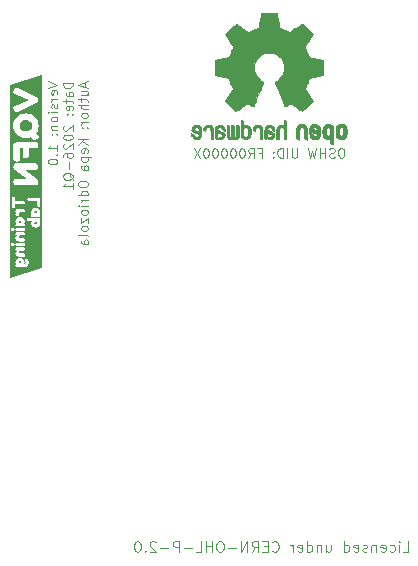
<source format=gbr>
%TF.GenerationSoftware,KiCad,Pcbnew,9.0.4*%
%TF.CreationDate,2026-01-25T08:23:28+01:00*%
%TF.ProjectId,VQFN_Training_Lab,5651464e-5f54-4726-9169-6e696e675f4c,1.0*%
%TF.SameCoordinates,PX7270e00PY7270e00*%
%TF.FileFunction,Legend,Bot*%
%TF.FilePolarity,Positive*%
%FSLAX46Y46*%
G04 Gerber Fmt 4.6, Leading zero omitted, Abs format (unit mm)*
G04 Created by KiCad (PCBNEW 9.0.4) date 2026-01-25 08:23:28*
%MOMM*%
%LPD*%
G01*
G04 APERTURE LIST*
%ADD10C,0.100000*%
%ADD11C,0.000000*%
%ADD12C,0.010000*%
G04 APERTURE END LIST*
D10*
X3520985Y41258021D02*
X4320985Y40991354D01*
X4320985Y40991354D02*
X3520985Y40724688D01*
X4282890Y40153259D02*
X4320985Y40229450D01*
X4320985Y40229450D02*
X4320985Y40381831D01*
X4320985Y40381831D02*
X4282890Y40458021D01*
X4282890Y40458021D02*
X4206699Y40496117D01*
X4206699Y40496117D02*
X3901937Y40496117D01*
X3901937Y40496117D02*
X3825747Y40458021D01*
X3825747Y40458021D02*
X3787651Y40381831D01*
X3787651Y40381831D02*
X3787651Y40229450D01*
X3787651Y40229450D02*
X3825747Y40153259D01*
X3825747Y40153259D02*
X3901937Y40115164D01*
X3901937Y40115164D02*
X3978128Y40115164D01*
X3978128Y40115164D02*
X4054318Y40496117D01*
X4320985Y39772307D02*
X3787651Y39772307D01*
X3940032Y39772307D02*
X3863842Y39734212D01*
X3863842Y39734212D02*
X3825747Y39696117D01*
X3825747Y39696117D02*
X3787651Y39619926D01*
X3787651Y39619926D02*
X3787651Y39543736D01*
X4282890Y39315165D02*
X4320985Y39238974D01*
X4320985Y39238974D02*
X4320985Y39086593D01*
X4320985Y39086593D02*
X4282890Y39010403D01*
X4282890Y39010403D02*
X4206699Y38972307D01*
X4206699Y38972307D02*
X4168604Y38972307D01*
X4168604Y38972307D02*
X4092413Y39010403D01*
X4092413Y39010403D02*
X4054318Y39086593D01*
X4054318Y39086593D02*
X4054318Y39200879D01*
X4054318Y39200879D02*
X4016223Y39277069D01*
X4016223Y39277069D02*
X3940032Y39315165D01*
X3940032Y39315165D02*
X3901937Y39315165D01*
X3901937Y39315165D02*
X3825747Y39277069D01*
X3825747Y39277069D02*
X3787651Y39200879D01*
X3787651Y39200879D02*
X3787651Y39086593D01*
X3787651Y39086593D02*
X3825747Y39010403D01*
X4320985Y38629450D02*
X3787651Y38629450D01*
X3520985Y38629450D02*
X3559080Y38667546D01*
X3559080Y38667546D02*
X3597175Y38629450D01*
X3597175Y38629450D02*
X3559080Y38591355D01*
X3559080Y38591355D02*
X3520985Y38629450D01*
X3520985Y38629450D02*
X3597175Y38629450D01*
X4320985Y38134213D02*
X4282890Y38210403D01*
X4282890Y38210403D02*
X4244794Y38248498D01*
X4244794Y38248498D02*
X4168604Y38286594D01*
X4168604Y38286594D02*
X3940032Y38286594D01*
X3940032Y38286594D02*
X3863842Y38248498D01*
X3863842Y38248498D02*
X3825747Y38210403D01*
X3825747Y38210403D02*
X3787651Y38134213D01*
X3787651Y38134213D02*
X3787651Y38019927D01*
X3787651Y38019927D02*
X3825747Y37943736D01*
X3825747Y37943736D02*
X3863842Y37905641D01*
X3863842Y37905641D02*
X3940032Y37867546D01*
X3940032Y37867546D02*
X4168604Y37867546D01*
X4168604Y37867546D02*
X4244794Y37905641D01*
X4244794Y37905641D02*
X4282890Y37943736D01*
X4282890Y37943736D02*
X4320985Y38019927D01*
X4320985Y38019927D02*
X4320985Y38134213D01*
X3787651Y37524688D02*
X4320985Y37524688D01*
X3863842Y37524688D02*
X3825747Y37486593D01*
X3825747Y37486593D02*
X3787651Y37410403D01*
X3787651Y37410403D02*
X3787651Y37296117D01*
X3787651Y37296117D02*
X3825747Y37219926D01*
X3825747Y37219926D02*
X3901937Y37181831D01*
X3901937Y37181831D02*
X4320985Y37181831D01*
X4244794Y36800878D02*
X4282890Y36762783D01*
X4282890Y36762783D02*
X4320985Y36800878D01*
X4320985Y36800878D02*
X4282890Y36838974D01*
X4282890Y36838974D02*
X4244794Y36800878D01*
X4244794Y36800878D02*
X4320985Y36800878D01*
X3825747Y36800878D02*
X3863842Y36762783D01*
X3863842Y36762783D02*
X3901937Y36800878D01*
X3901937Y36800878D02*
X3863842Y36838974D01*
X3863842Y36838974D02*
X3825747Y36800878D01*
X3825747Y36800878D02*
X3901937Y36800878D01*
X4320985Y35391355D02*
X4320985Y35848498D01*
X4320985Y35619926D02*
X3520985Y35619926D01*
X3520985Y35619926D02*
X3635270Y35696117D01*
X3635270Y35696117D02*
X3711461Y35772307D01*
X3711461Y35772307D02*
X3749556Y35848498D01*
X4244794Y35048497D02*
X4282890Y35010402D01*
X4282890Y35010402D02*
X4320985Y35048497D01*
X4320985Y35048497D02*
X4282890Y35086593D01*
X4282890Y35086593D02*
X4244794Y35048497D01*
X4244794Y35048497D02*
X4320985Y35048497D01*
X3520985Y34515164D02*
X3520985Y34438974D01*
X3520985Y34438974D02*
X3559080Y34362783D01*
X3559080Y34362783D02*
X3597175Y34324688D01*
X3597175Y34324688D02*
X3673366Y34286593D01*
X3673366Y34286593D02*
X3825747Y34248498D01*
X3825747Y34248498D02*
X4016223Y34248498D01*
X4016223Y34248498D02*
X4168604Y34286593D01*
X4168604Y34286593D02*
X4244794Y34324688D01*
X4244794Y34324688D02*
X4282890Y34362783D01*
X4282890Y34362783D02*
X4320985Y34438974D01*
X4320985Y34438974D02*
X4320985Y34515164D01*
X4320985Y34515164D02*
X4282890Y34591355D01*
X4282890Y34591355D02*
X4244794Y34629450D01*
X4244794Y34629450D02*
X4168604Y34667545D01*
X4168604Y34667545D02*
X4016223Y34705641D01*
X4016223Y34705641D02*
X3825747Y34705641D01*
X3825747Y34705641D02*
X3673366Y34667545D01*
X3673366Y34667545D02*
X3597175Y34629450D01*
X3597175Y34629450D02*
X3559080Y34591355D01*
X3559080Y34591355D02*
X3520985Y34515164D01*
X5608940Y41143735D02*
X4808940Y41143735D01*
X4808940Y41143735D02*
X4808940Y40953259D01*
X4808940Y40953259D02*
X4847035Y40838973D01*
X4847035Y40838973D02*
X4923225Y40762783D01*
X4923225Y40762783D02*
X4999416Y40724688D01*
X4999416Y40724688D02*
X5151797Y40686592D01*
X5151797Y40686592D02*
X5266083Y40686592D01*
X5266083Y40686592D02*
X5418464Y40724688D01*
X5418464Y40724688D02*
X5494654Y40762783D01*
X5494654Y40762783D02*
X5570845Y40838973D01*
X5570845Y40838973D02*
X5608940Y40953259D01*
X5608940Y40953259D02*
X5608940Y41143735D01*
X5608940Y40000878D02*
X5189892Y40000878D01*
X5189892Y40000878D02*
X5113702Y40038973D01*
X5113702Y40038973D02*
X5075606Y40115164D01*
X5075606Y40115164D02*
X5075606Y40267545D01*
X5075606Y40267545D02*
X5113702Y40343735D01*
X5570845Y40000878D02*
X5608940Y40077069D01*
X5608940Y40077069D02*
X5608940Y40267545D01*
X5608940Y40267545D02*
X5570845Y40343735D01*
X5570845Y40343735D02*
X5494654Y40381831D01*
X5494654Y40381831D02*
X5418464Y40381831D01*
X5418464Y40381831D02*
X5342273Y40343735D01*
X5342273Y40343735D02*
X5304178Y40267545D01*
X5304178Y40267545D02*
X5304178Y40077069D01*
X5304178Y40077069D02*
X5266083Y40000878D01*
X5075606Y39734211D02*
X5075606Y39429449D01*
X4808940Y39619925D02*
X5494654Y39619925D01*
X5494654Y39619925D02*
X5570845Y39581830D01*
X5570845Y39581830D02*
X5608940Y39505640D01*
X5608940Y39505640D02*
X5608940Y39429449D01*
X5570845Y38858020D02*
X5608940Y38934211D01*
X5608940Y38934211D02*
X5608940Y39086592D01*
X5608940Y39086592D02*
X5570845Y39162782D01*
X5570845Y39162782D02*
X5494654Y39200878D01*
X5494654Y39200878D02*
X5189892Y39200878D01*
X5189892Y39200878D02*
X5113702Y39162782D01*
X5113702Y39162782D02*
X5075606Y39086592D01*
X5075606Y39086592D02*
X5075606Y38934211D01*
X5075606Y38934211D02*
X5113702Y38858020D01*
X5113702Y38858020D02*
X5189892Y38819925D01*
X5189892Y38819925D02*
X5266083Y38819925D01*
X5266083Y38819925D02*
X5342273Y39200878D01*
X5532749Y38477068D02*
X5570845Y38438973D01*
X5570845Y38438973D02*
X5608940Y38477068D01*
X5608940Y38477068D02*
X5570845Y38515164D01*
X5570845Y38515164D02*
X5532749Y38477068D01*
X5532749Y38477068D02*
X5608940Y38477068D01*
X5113702Y38477068D02*
X5151797Y38438973D01*
X5151797Y38438973D02*
X5189892Y38477068D01*
X5189892Y38477068D02*
X5151797Y38515164D01*
X5151797Y38515164D02*
X5113702Y38477068D01*
X5113702Y38477068D02*
X5189892Y38477068D01*
X4885130Y37524688D02*
X4847035Y37486592D01*
X4847035Y37486592D02*
X4808940Y37410402D01*
X4808940Y37410402D02*
X4808940Y37219926D01*
X4808940Y37219926D02*
X4847035Y37143735D01*
X4847035Y37143735D02*
X4885130Y37105640D01*
X4885130Y37105640D02*
X4961321Y37067545D01*
X4961321Y37067545D02*
X5037511Y37067545D01*
X5037511Y37067545D02*
X5151797Y37105640D01*
X5151797Y37105640D02*
X5608940Y37562783D01*
X5608940Y37562783D02*
X5608940Y37067545D01*
X4808940Y36572306D02*
X4808940Y36496116D01*
X4808940Y36496116D02*
X4847035Y36419925D01*
X4847035Y36419925D02*
X4885130Y36381830D01*
X4885130Y36381830D02*
X4961321Y36343735D01*
X4961321Y36343735D02*
X5113702Y36305640D01*
X5113702Y36305640D02*
X5304178Y36305640D01*
X5304178Y36305640D02*
X5456559Y36343735D01*
X5456559Y36343735D02*
X5532749Y36381830D01*
X5532749Y36381830D02*
X5570845Y36419925D01*
X5570845Y36419925D02*
X5608940Y36496116D01*
X5608940Y36496116D02*
X5608940Y36572306D01*
X5608940Y36572306D02*
X5570845Y36648497D01*
X5570845Y36648497D02*
X5532749Y36686592D01*
X5532749Y36686592D02*
X5456559Y36724687D01*
X5456559Y36724687D02*
X5304178Y36762783D01*
X5304178Y36762783D02*
X5113702Y36762783D01*
X5113702Y36762783D02*
X4961321Y36724687D01*
X4961321Y36724687D02*
X4885130Y36686592D01*
X4885130Y36686592D02*
X4847035Y36648497D01*
X4847035Y36648497D02*
X4808940Y36572306D01*
X4885130Y36000878D02*
X4847035Y35962782D01*
X4847035Y35962782D02*
X4808940Y35886592D01*
X4808940Y35886592D02*
X4808940Y35696116D01*
X4808940Y35696116D02*
X4847035Y35619925D01*
X4847035Y35619925D02*
X4885130Y35581830D01*
X4885130Y35581830D02*
X4961321Y35543735D01*
X4961321Y35543735D02*
X5037511Y35543735D01*
X5037511Y35543735D02*
X5151797Y35581830D01*
X5151797Y35581830D02*
X5608940Y36038973D01*
X5608940Y36038973D02*
X5608940Y35543735D01*
X4808940Y34858020D02*
X4808940Y35010401D01*
X4808940Y35010401D02*
X4847035Y35086592D01*
X4847035Y35086592D02*
X4885130Y35124687D01*
X4885130Y35124687D02*
X4999416Y35200877D01*
X4999416Y35200877D02*
X5151797Y35238973D01*
X5151797Y35238973D02*
X5456559Y35238973D01*
X5456559Y35238973D02*
X5532749Y35200877D01*
X5532749Y35200877D02*
X5570845Y35162782D01*
X5570845Y35162782D02*
X5608940Y35086592D01*
X5608940Y35086592D02*
X5608940Y34934211D01*
X5608940Y34934211D02*
X5570845Y34858020D01*
X5570845Y34858020D02*
X5532749Y34819925D01*
X5532749Y34819925D02*
X5456559Y34781830D01*
X5456559Y34781830D02*
X5266083Y34781830D01*
X5266083Y34781830D02*
X5189892Y34819925D01*
X5189892Y34819925D02*
X5151797Y34858020D01*
X5151797Y34858020D02*
X5113702Y34934211D01*
X5113702Y34934211D02*
X5113702Y35086592D01*
X5113702Y35086592D02*
X5151797Y35162782D01*
X5151797Y35162782D02*
X5189892Y35200877D01*
X5189892Y35200877D02*
X5266083Y35238973D01*
X5304178Y34438972D02*
X5304178Y33829448D01*
X5685130Y32915163D02*
X5647035Y32991353D01*
X5647035Y32991353D02*
X5570845Y33067544D01*
X5570845Y33067544D02*
X5456559Y33181830D01*
X5456559Y33181830D02*
X5418464Y33258020D01*
X5418464Y33258020D02*
X5418464Y33334211D01*
X5608940Y33296115D02*
X5570845Y33372306D01*
X5570845Y33372306D02*
X5494654Y33448496D01*
X5494654Y33448496D02*
X5342273Y33486592D01*
X5342273Y33486592D02*
X5075606Y33486592D01*
X5075606Y33486592D02*
X4923225Y33448496D01*
X4923225Y33448496D02*
X4847035Y33372306D01*
X4847035Y33372306D02*
X4808940Y33296115D01*
X4808940Y33296115D02*
X4808940Y33143734D01*
X4808940Y33143734D02*
X4847035Y33067544D01*
X4847035Y33067544D02*
X4923225Y32991353D01*
X4923225Y32991353D02*
X5075606Y32953258D01*
X5075606Y32953258D02*
X5342273Y32953258D01*
X5342273Y32953258D02*
X5494654Y32991353D01*
X5494654Y32991353D02*
X5570845Y33067544D01*
X5570845Y33067544D02*
X5608940Y33143734D01*
X5608940Y33143734D02*
X5608940Y33296115D01*
X5608940Y32191354D02*
X5608940Y32648497D01*
X5608940Y32419925D02*
X4808940Y32419925D01*
X4808940Y32419925D02*
X4923225Y32496116D01*
X4923225Y32496116D02*
X4999416Y32572306D01*
X4999416Y32572306D02*
X5037511Y32648497D01*
X6668323Y41181831D02*
X6668323Y40800878D01*
X6896895Y41258021D02*
X6096895Y40991354D01*
X6096895Y40991354D02*
X6896895Y40724688D01*
X6363561Y40115164D02*
X6896895Y40115164D01*
X6363561Y40458021D02*
X6782609Y40458021D01*
X6782609Y40458021D02*
X6858800Y40419926D01*
X6858800Y40419926D02*
X6896895Y40343736D01*
X6896895Y40343736D02*
X6896895Y40229450D01*
X6896895Y40229450D02*
X6858800Y40153259D01*
X6858800Y40153259D02*
X6820704Y40115164D01*
X6363561Y39848497D02*
X6363561Y39543735D01*
X6096895Y39734211D02*
X6782609Y39734211D01*
X6782609Y39734211D02*
X6858800Y39696116D01*
X6858800Y39696116D02*
X6896895Y39619926D01*
X6896895Y39619926D02*
X6896895Y39543735D01*
X6896895Y39277068D02*
X6096895Y39277068D01*
X6896895Y38934211D02*
X6477847Y38934211D01*
X6477847Y38934211D02*
X6401657Y38972306D01*
X6401657Y38972306D02*
X6363561Y39048497D01*
X6363561Y39048497D02*
X6363561Y39162783D01*
X6363561Y39162783D02*
X6401657Y39238973D01*
X6401657Y39238973D02*
X6439752Y39277068D01*
X6896895Y38438973D02*
X6858800Y38515163D01*
X6858800Y38515163D02*
X6820704Y38553258D01*
X6820704Y38553258D02*
X6744514Y38591354D01*
X6744514Y38591354D02*
X6515942Y38591354D01*
X6515942Y38591354D02*
X6439752Y38553258D01*
X6439752Y38553258D02*
X6401657Y38515163D01*
X6401657Y38515163D02*
X6363561Y38438973D01*
X6363561Y38438973D02*
X6363561Y38324687D01*
X6363561Y38324687D02*
X6401657Y38248496D01*
X6401657Y38248496D02*
X6439752Y38210401D01*
X6439752Y38210401D02*
X6515942Y38172306D01*
X6515942Y38172306D02*
X6744514Y38172306D01*
X6744514Y38172306D02*
X6820704Y38210401D01*
X6820704Y38210401D02*
X6858800Y38248496D01*
X6858800Y38248496D02*
X6896895Y38324687D01*
X6896895Y38324687D02*
X6896895Y38438973D01*
X6896895Y37829448D02*
X6363561Y37829448D01*
X6515942Y37829448D02*
X6439752Y37791353D01*
X6439752Y37791353D02*
X6401657Y37753258D01*
X6401657Y37753258D02*
X6363561Y37677067D01*
X6363561Y37677067D02*
X6363561Y37600877D01*
X6820704Y37334210D02*
X6858800Y37296115D01*
X6858800Y37296115D02*
X6896895Y37334210D01*
X6896895Y37334210D02*
X6858800Y37372306D01*
X6858800Y37372306D02*
X6820704Y37334210D01*
X6820704Y37334210D02*
X6896895Y37334210D01*
X6401657Y37334210D02*
X6439752Y37296115D01*
X6439752Y37296115D02*
X6477847Y37334210D01*
X6477847Y37334210D02*
X6439752Y37372306D01*
X6439752Y37372306D02*
X6401657Y37334210D01*
X6401657Y37334210D02*
X6477847Y37334210D01*
X6896895Y36343734D02*
X6096895Y36343734D01*
X6896895Y35886591D02*
X6439752Y36229449D01*
X6096895Y35886591D02*
X6554038Y36343734D01*
X6858800Y35238972D02*
X6896895Y35315163D01*
X6896895Y35315163D02*
X6896895Y35467544D01*
X6896895Y35467544D02*
X6858800Y35543734D01*
X6858800Y35543734D02*
X6782609Y35581830D01*
X6782609Y35581830D02*
X6477847Y35581830D01*
X6477847Y35581830D02*
X6401657Y35543734D01*
X6401657Y35543734D02*
X6363561Y35467544D01*
X6363561Y35467544D02*
X6363561Y35315163D01*
X6363561Y35315163D02*
X6401657Y35238972D01*
X6401657Y35238972D02*
X6477847Y35200877D01*
X6477847Y35200877D02*
X6554038Y35200877D01*
X6554038Y35200877D02*
X6630228Y35581830D01*
X6363561Y34858020D02*
X7163561Y34858020D01*
X6401657Y34858020D02*
X6363561Y34781830D01*
X6363561Y34781830D02*
X6363561Y34629449D01*
X6363561Y34629449D02*
X6401657Y34553258D01*
X6401657Y34553258D02*
X6439752Y34515163D01*
X6439752Y34515163D02*
X6515942Y34477068D01*
X6515942Y34477068D02*
X6744514Y34477068D01*
X6744514Y34477068D02*
X6820704Y34515163D01*
X6820704Y34515163D02*
X6858800Y34553258D01*
X6858800Y34553258D02*
X6896895Y34629449D01*
X6896895Y34629449D02*
X6896895Y34781830D01*
X6896895Y34781830D02*
X6858800Y34858020D01*
X6896895Y33791353D02*
X6477847Y33791353D01*
X6477847Y33791353D02*
X6401657Y33829448D01*
X6401657Y33829448D02*
X6363561Y33905639D01*
X6363561Y33905639D02*
X6363561Y34058020D01*
X6363561Y34058020D02*
X6401657Y34134210D01*
X6858800Y33791353D02*
X6896895Y33867544D01*
X6896895Y33867544D02*
X6896895Y34058020D01*
X6896895Y34058020D02*
X6858800Y34134210D01*
X6858800Y34134210D02*
X6782609Y34172306D01*
X6782609Y34172306D02*
X6706419Y34172306D01*
X6706419Y34172306D02*
X6630228Y34134210D01*
X6630228Y34134210D02*
X6592133Y34058020D01*
X6592133Y34058020D02*
X6592133Y33867544D01*
X6592133Y33867544D02*
X6554038Y33791353D01*
X6096895Y32648495D02*
X6096895Y32496114D01*
X6096895Y32496114D02*
X6134990Y32419924D01*
X6134990Y32419924D02*
X6211180Y32343733D01*
X6211180Y32343733D02*
X6363561Y32305638D01*
X6363561Y32305638D02*
X6630228Y32305638D01*
X6630228Y32305638D02*
X6782609Y32343733D01*
X6782609Y32343733D02*
X6858800Y32419924D01*
X6858800Y32419924D02*
X6896895Y32496114D01*
X6896895Y32496114D02*
X6896895Y32648495D01*
X6896895Y32648495D02*
X6858800Y32724686D01*
X6858800Y32724686D02*
X6782609Y32800876D01*
X6782609Y32800876D02*
X6630228Y32838972D01*
X6630228Y32838972D02*
X6363561Y32838972D01*
X6363561Y32838972D02*
X6211180Y32800876D01*
X6211180Y32800876D02*
X6134990Y32724686D01*
X6134990Y32724686D02*
X6096895Y32648495D01*
X6896895Y31619924D02*
X6096895Y31619924D01*
X6858800Y31619924D02*
X6896895Y31696115D01*
X6896895Y31696115D02*
X6896895Y31848496D01*
X6896895Y31848496D02*
X6858800Y31924686D01*
X6858800Y31924686D02*
X6820704Y31962781D01*
X6820704Y31962781D02*
X6744514Y32000877D01*
X6744514Y32000877D02*
X6515942Y32000877D01*
X6515942Y32000877D02*
X6439752Y31962781D01*
X6439752Y31962781D02*
X6401657Y31924686D01*
X6401657Y31924686D02*
X6363561Y31848496D01*
X6363561Y31848496D02*
X6363561Y31696115D01*
X6363561Y31696115D02*
X6401657Y31619924D01*
X6896895Y31238971D02*
X6363561Y31238971D01*
X6515942Y31238971D02*
X6439752Y31200876D01*
X6439752Y31200876D02*
X6401657Y31162781D01*
X6401657Y31162781D02*
X6363561Y31086590D01*
X6363561Y31086590D02*
X6363561Y31010400D01*
X6896895Y30743733D02*
X6363561Y30743733D01*
X6096895Y30743733D02*
X6134990Y30781829D01*
X6134990Y30781829D02*
X6173085Y30743733D01*
X6173085Y30743733D02*
X6134990Y30705638D01*
X6134990Y30705638D02*
X6096895Y30743733D01*
X6096895Y30743733D02*
X6173085Y30743733D01*
X6896895Y30248496D02*
X6858800Y30324686D01*
X6858800Y30324686D02*
X6820704Y30362781D01*
X6820704Y30362781D02*
X6744514Y30400877D01*
X6744514Y30400877D02*
X6515942Y30400877D01*
X6515942Y30400877D02*
X6439752Y30362781D01*
X6439752Y30362781D02*
X6401657Y30324686D01*
X6401657Y30324686D02*
X6363561Y30248496D01*
X6363561Y30248496D02*
X6363561Y30134210D01*
X6363561Y30134210D02*
X6401657Y30058019D01*
X6401657Y30058019D02*
X6439752Y30019924D01*
X6439752Y30019924D02*
X6515942Y29981829D01*
X6515942Y29981829D02*
X6744514Y29981829D01*
X6744514Y29981829D02*
X6820704Y30019924D01*
X6820704Y30019924D02*
X6858800Y30058019D01*
X6858800Y30058019D02*
X6896895Y30134210D01*
X6896895Y30134210D02*
X6896895Y30248496D01*
X6363561Y29715162D02*
X6363561Y29296114D01*
X6363561Y29296114D02*
X6896895Y29715162D01*
X6896895Y29715162D02*
X6896895Y29296114D01*
X6896895Y28877067D02*
X6858800Y28953257D01*
X6858800Y28953257D02*
X6820704Y28991352D01*
X6820704Y28991352D02*
X6744514Y29029448D01*
X6744514Y29029448D02*
X6515942Y29029448D01*
X6515942Y29029448D02*
X6439752Y28991352D01*
X6439752Y28991352D02*
X6401657Y28953257D01*
X6401657Y28953257D02*
X6363561Y28877067D01*
X6363561Y28877067D02*
X6363561Y28762781D01*
X6363561Y28762781D02*
X6401657Y28686590D01*
X6401657Y28686590D02*
X6439752Y28648495D01*
X6439752Y28648495D02*
X6515942Y28610400D01*
X6515942Y28610400D02*
X6744514Y28610400D01*
X6744514Y28610400D02*
X6820704Y28648495D01*
X6820704Y28648495D02*
X6858800Y28686590D01*
X6858800Y28686590D02*
X6896895Y28762781D01*
X6896895Y28762781D02*
X6896895Y28877067D01*
X6896895Y28153257D02*
X6858800Y28229447D01*
X6858800Y28229447D02*
X6782609Y28267542D01*
X6782609Y28267542D02*
X6096895Y28267542D01*
X6896895Y27505637D02*
X6477847Y27505637D01*
X6477847Y27505637D02*
X6401657Y27543732D01*
X6401657Y27543732D02*
X6363561Y27619923D01*
X6363561Y27619923D02*
X6363561Y27772304D01*
X6363561Y27772304D02*
X6401657Y27848494D01*
X6858800Y27505637D02*
X6896895Y27581828D01*
X6896895Y27581828D02*
X6896895Y27772304D01*
X6896895Y27772304D02*
X6858800Y27848494D01*
X6858800Y27848494D02*
X6782609Y27886590D01*
X6782609Y27886590D02*
X6706419Y27886590D01*
X6706419Y27886590D02*
X6630228Y27848494D01*
X6630228Y27848494D02*
X6592133Y27772304D01*
X6592133Y27772304D02*
X6592133Y27581828D01*
X6592133Y27581828D02*
X6554038Y27505637D01*
X28441353Y35613105D02*
X28288972Y35613105D01*
X28288972Y35613105D02*
X28212782Y35575010D01*
X28212782Y35575010D02*
X28136591Y35498820D01*
X28136591Y35498820D02*
X28098496Y35346439D01*
X28098496Y35346439D02*
X28098496Y35079772D01*
X28098496Y35079772D02*
X28136591Y34927391D01*
X28136591Y34927391D02*
X28212782Y34851200D01*
X28212782Y34851200D02*
X28288972Y34813105D01*
X28288972Y34813105D02*
X28441353Y34813105D01*
X28441353Y34813105D02*
X28517544Y34851200D01*
X28517544Y34851200D02*
X28593734Y34927391D01*
X28593734Y34927391D02*
X28631830Y35079772D01*
X28631830Y35079772D02*
X28631830Y35346439D01*
X28631830Y35346439D02*
X28593734Y35498820D01*
X28593734Y35498820D02*
X28517544Y35575010D01*
X28517544Y35575010D02*
X28441353Y35613105D01*
X27793735Y34851200D02*
X27679449Y34813105D01*
X27679449Y34813105D02*
X27488973Y34813105D01*
X27488973Y34813105D02*
X27412782Y34851200D01*
X27412782Y34851200D02*
X27374687Y34889296D01*
X27374687Y34889296D02*
X27336592Y34965486D01*
X27336592Y34965486D02*
X27336592Y35041677D01*
X27336592Y35041677D02*
X27374687Y35117867D01*
X27374687Y35117867D02*
X27412782Y35155962D01*
X27412782Y35155962D02*
X27488973Y35194058D01*
X27488973Y35194058D02*
X27641354Y35232153D01*
X27641354Y35232153D02*
X27717544Y35270248D01*
X27717544Y35270248D02*
X27755639Y35308343D01*
X27755639Y35308343D02*
X27793735Y35384534D01*
X27793735Y35384534D02*
X27793735Y35460724D01*
X27793735Y35460724D02*
X27755639Y35536915D01*
X27755639Y35536915D02*
X27717544Y35575010D01*
X27717544Y35575010D02*
X27641354Y35613105D01*
X27641354Y35613105D02*
X27450877Y35613105D01*
X27450877Y35613105D02*
X27336592Y35575010D01*
X26993734Y34813105D02*
X26993734Y35613105D01*
X26993734Y35232153D02*
X26536591Y35232153D01*
X26536591Y34813105D02*
X26536591Y35613105D01*
X26231830Y35613105D02*
X26041354Y34813105D01*
X26041354Y34813105D02*
X25888973Y35384534D01*
X25888973Y35384534D02*
X25736592Y34813105D01*
X25736592Y34813105D02*
X25546116Y35613105D01*
X24631829Y35613105D02*
X24631829Y34965486D01*
X24631829Y34965486D02*
X24593734Y34889296D01*
X24593734Y34889296D02*
X24555639Y34851200D01*
X24555639Y34851200D02*
X24479448Y34813105D01*
X24479448Y34813105D02*
X24327067Y34813105D01*
X24327067Y34813105D02*
X24250877Y34851200D01*
X24250877Y34851200D02*
X24212782Y34889296D01*
X24212782Y34889296D02*
X24174686Y34965486D01*
X24174686Y34965486D02*
X24174686Y35613105D01*
X23793734Y34813105D02*
X23793734Y35613105D01*
X23412782Y34813105D02*
X23412782Y35613105D01*
X23412782Y35613105D02*
X23222306Y35613105D01*
X23222306Y35613105D02*
X23108020Y35575010D01*
X23108020Y35575010D02*
X23031830Y35498820D01*
X23031830Y35498820D02*
X22993735Y35422629D01*
X22993735Y35422629D02*
X22955639Y35270248D01*
X22955639Y35270248D02*
X22955639Y35155962D01*
X22955639Y35155962D02*
X22993735Y35003581D01*
X22993735Y35003581D02*
X23031830Y34927391D01*
X23031830Y34927391D02*
X23108020Y34851200D01*
X23108020Y34851200D02*
X23222306Y34813105D01*
X23222306Y34813105D02*
X23412782Y34813105D01*
X22612782Y34889296D02*
X22574687Y34851200D01*
X22574687Y34851200D02*
X22612782Y34813105D01*
X22612782Y34813105D02*
X22650878Y34851200D01*
X22650878Y34851200D02*
X22612782Y34889296D01*
X22612782Y34889296D02*
X22612782Y34813105D01*
X22612782Y35308343D02*
X22574687Y35270248D01*
X22574687Y35270248D02*
X22612782Y35232153D01*
X22612782Y35232153D02*
X22650878Y35270248D01*
X22650878Y35270248D02*
X22612782Y35308343D01*
X22612782Y35308343D02*
X22612782Y35232153D01*
X21355640Y35232153D02*
X21622306Y35232153D01*
X21622306Y34813105D02*
X21622306Y35613105D01*
X21622306Y35613105D02*
X21241354Y35613105D01*
X20479449Y34813105D02*
X20746116Y35194058D01*
X20936592Y34813105D02*
X20936592Y35613105D01*
X20936592Y35613105D02*
X20631830Y35613105D01*
X20631830Y35613105D02*
X20555640Y35575010D01*
X20555640Y35575010D02*
X20517545Y35536915D01*
X20517545Y35536915D02*
X20479449Y35460724D01*
X20479449Y35460724D02*
X20479449Y35346439D01*
X20479449Y35346439D02*
X20517545Y35270248D01*
X20517545Y35270248D02*
X20555640Y35232153D01*
X20555640Y35232153D02*
X20631830Y35194058D01*
X20631830Y35194058D02*
X20936592Y35194058D01*
X19984211Y35613105D02*
X19908021Y35613105D01*
X19908021Y35613105D02*
X19831830Y35575010D01*
X19831830Y35575010D02*
X19793735Y35536915D01*
X19793735Y35536915D02*
X19755640Y35460724D01*
X19755640Y35460724D02*
X19717545Y35308343D01*
X19717545Y35308343D02*
X19717545Y35117867D01*
X19717545Y35117867D02*
X19755640Y34965486D01*
X19755640Y34965486D02*
X19793735Y34889296D01*
X19793735Y34889296D02*
X19831830Y34851200D01*
X19831830Y34851200D02*
X19908021Y34813105D01*
X19908021Y34813105D02*
X19984211Y34813105D01*
X19984211Y34813105D02*
X20060402Y34851200D01*
X20060402Y34851200D02*
X20098497Y34889296D01*
X20098497Y34889296D02*
X20136592Y34965486D01*
X20136592Y34965486D02*
X20174688Y35117867D01*
X20174688Y35117867D02*
X20174688Y35308343D01*
X20174688Y35308343D02*
X20136592Y35460724D01*
X20136592Y35460724D02*
X20098497Y35536915D01*
X20098497Y35536915D02*
X20060402Y35575010D01*
X20060402Y35575010D02*
X19984211Y35613105D01*
X19222306Y35613105D02*
X19146116Y35613105D01*
X19146116Y35613105D02*
X19069925Y35575010D01*
X19069925Y35575010D02*
X19031830Y35536915D01*
X19031830Y35536915D02*
X18993735Y35460724D01*
X18993735Y35460724D02*
X18955640Y35308343D01*
X18955640Y35308343D02*
X18955640Y35117867D01*
X18955640Y35117867D02*
X18993735Y34965486D01*
X18993735Y34965486D02*
X19031830Y34889296D01*
X19031830Y34889296D02*
X19069925Y34851200D01*
X19069925Y34851200D02*
X19146116Y34813105D01*
X19146116Y34813105D02*
X19222306Y34813105D01*
X19222306Y34813105D02*
X19298497Y34851200D01*
X19298497Y34851200D02*
X19336592Y34889296D01*
X19336592Y34889296D02*
X19374687Y34965486D01*
X19374687Y34965486D02*
X19412783Y35117867D01*
X19412783Y35117867D02*
X19412783Y35308343D01*
X19412783Y35308343D02*
X19374687Y35460724D01*
X19374687Y35460724D02*
X19336592Y35536915D01*
X19336592Y35536915D02*
X19298497Y35575010D01*
X19298497Y35575010D02*
X19222306Y35613105D01*
X18460401Y35613105D02*
X18384211Y35613105D01*
X18384211Y35613105D02*
X18308020Y35575010D01*
X18308020Y35575010D02*
X18269925Y35536915D01*
X18269925Y35536915D02*
X18231830Y35460724D01*
X18231830Y35460724D02*
X18193735Y35308343D01*
X18193735Y35308343D02*
X18193735Y35117867D01*
X18193735Y35117867D02*
X18231830Y34965486D01*
X18231830Y34965486D02*
X18269925Y34889296D01*
X18269925Y34889296D02*
X18308020Y34851200D01*
X18308020Y34851200D02*
X18384211Y34813105D01*
X18384211Y34813105D02*
X18460401Y34813105D01*
X18460401Y34813105D02*
X18536592Y34851200D01*
X18536592Y34851200D02*
X18574687Y34889296D01*
X18574687Y34889296D02*
X18612782Y34965486D01*
X18612782Y34965486D02*
X18650878Y35117867D01*
X18650878Y35117867D02*
X18650878Y35308343D01*
X18650878Y35308343D02*
X18612782Y35460724D01*
X18612782Y35460724D02*
X18574687Y35536915D01*
X18574687Y35536915D02*
X18536592Y35575010D01*
X18536592Y35575010D02*
X18460401Y35613105D01*
X17698496Y35613105D02*
X17622306Y35613105D01*
X17622306Y35613105D02*
X17546115Y35575010D01*
X17546115Y35575010D02*
X17508020Y35536915D01*
X17508020Y35536915D02*
X17469925Y35460724D01*
X17469925Y35460724D02*
X17431830Y35308343D01*
X17431830Y35308343D02*
X17431830Y35117867D01*
X17431830Y35117867D02*
X17469925Y34965486D01*
X17469925Y34965486D02*
X17508020Y34889296D01*
X17508020Y34889296D02*
X17546115Y34851200D01*
X17546115Y34851200D02*
X17622306Y34813105D01*
X17622306Y34813105D02*
X17698496Y34813105D01*
X17698496Y34813105D02*
X17774687Y34851200D01*
X17774687Y34851200D02*
X17812782Y34889296D01*
X17812782Y34889296D02*
X17850877Y34965486D01*
X17850877Y34965486D02*
X17888973Y35117867D01*
X17888973Y35117867D02*
X17888973Y35308343D01*
X17888973Y35308343D02*
X17850877Y35460724D01*
X17850877Y35460724D02*
X17812782Y35536915D01*
X17812782Y35536915D02*
X17774687Y35575010D01*
X17774687Y35575010D02*
X17698496Y35613105D01*
X16936591Y35613105D02*
X16860401Y35613105D01*
X16860401Y35613105D02*
X16784210Y35575010D01*
X16784210Y35575010D02*
X16746115Y35536915D01*
X16746115Y35536915D02*
X16708020Y35460724D01*
X16708020Y35460724D02*
X16669925Y35308343D01*
X16669925Y35308343D02*
X16669925Y35117867D01*
X16669925Y35117867D02*
X16708020Y34965486D01*
X16708020Y34965486D02*
X16746115Y34889296D01*
X16746115Y34889296D02*
X16784210Y34851200D01*
X16784210Y34851200D02*
X16860401Y34813105D01*
X16860401Y34813105D02*
X16936591Y34813105D01*
X16936591Y34813105D02*
X17012782Y34851200D01*
X17012782Y34851200D02*
X17050877Y34889296D01*
X17050877Y34889296D02*
X17088972Y34965486D01*
X17088972Y34965486D02*
X17127068Y35117867D01*
X17127068Y35117867D02*
X17127068Y35308343D01*
X17127068Y35308343D02*
X17088972Y35460724D01*
X17088972Y35460724D02*
X17050877Y35536915D01*
X17050877Y35536915D02*
X17012782Y35575010D01*
X17012782Y35575010D02*
X16936591Y35613105D01*
X16403258Y35613105D02*
X15869924Y34813105D01*
X15869924Y35613105D02*
X16403258Y34813105D01*
X33561353Y1425343D02*
X33989925Y1425343D01*
X33989925Y1425343D02*
X33989925Y2325343D01*
X33261354Y1425343D02*
X33261354Y2025343D01*
X33261354Y2325343D02*
X33304211Y2282486D01*
X33304211Y2282486D02*
X33261354Y2239629D01*
X33261354Y2239629D02*
X33218497Y2282486D01*
X33218497Y2282486D02*
X33261354Y2325343D01*
X33261354Y2325343D02*
X33261354Y2239629D01*
X32447069Y1468200D02*
X32532783Y1425343D01*
X32532783Y1425343D02*
X32704211Y1425343D01*
X32704211Y1425343D02*
X32789926Y1468200D01*
X32789926Y1468200D02*
X32832783Y1511058D01*
X32832783Y1511058D02*
X32875640Y1596772D01*
X32875640Y1596772D02*
X32875640Y1853915D01*
X32875640Y1853915D02*
X32832783Y1939629D01*
X32832783Y1939629D02*
X32789926Y1982486D01*
X32789926Y1982486D02*
X32704211Y2025343D01*
X32704211Y2025343D02*
X32532783Y2025343D01*
X32532783Y2025343D02*
X32447069Y1982486D01*
X31718497Y1468200D02*
X31804211Y1425343D01*
X31804211Y1425343D02*
X31975640Y1425343D01*
X31975640Y1425343D02*
X32061354Y1468200D01*
X32061354Y1468200D02*
X32104211Y1553915D01*
X32104211Y1553915D02*
X32104211Y1896772D01*
X32104211Y1896772D02*
X32061354Y1982486D01*
X32061354Y1982486D02*
X31975640Y2025343D01*
X31975640Y2025343D02*
X31804211Y2025343D01*
X31804211Y2025343D02*
X31718497Y1982486D01*
X31718497Y1982486D02*
X31675640Y1896772D01*
X31675640Y1896772D02*
X31675640Y1811058D01*
X31675640Y1811058D02*
X32104211Y1725343D01*
X31289925Y2025343D02*
X31289925Y1425343D01*
X31289925Y1939629D02*
X31247068Y1982486D01*
X31247068Y1982486D02*
X31161353Y2025343D01*
X31161353Y2025343D02*
X31032782Y2025343D01*
X31032782Y2025343D02*
X30947068Y1982486D01*
X30947068Y1982486D02*
X30904211Y1896772D01*
X30904211Y1896772D02*
X30904211Y1425343D01*
X30518496Y1468200D02*
X30432782Y1425343D01*
X30432782Y1425343D02*
X30261353Y1425343D01*
X30261353Y1425343D02*
X30175639Y1468200D01*
X30175639Y1468200D02*
X30132782Y1553915D01*
X30132782Y1553915D02*
X30132782Y1596772D01*
X30132782Y1596772D02*
X30175639Y1682486D01*
X30175639Y1682486D02*
X30261353Y1725343D01*
X30261353Y1725343D02*
X30389925Y1725343D01*
X30389925Y1725343D02*
X30475639Y1768200D01*
X30475639Y1768200D02*
X30518496Y1853915D01*
X30518496Y1853915D02*
X30518496Y1896772D01*
X30518496Y1896772D02*
X30475639Y1982486D01*
X30475639Y1982486D02*
X30389925Y2025343D01*
X30389925Y2025343D02*
X30261353Y2025343D01*
X30261353Y2025343D02*
X30175639Y1982486D01*
X29404211Y1468200D02*
X29489925Y1425343D01*
X29489925Y1425343D02*
X29661354Y1425343D01*
X29661354Y1425343D02*
X29747068Y1468200D01*
X29747068Y1468200D02*
X29789925Y1553915D01*
X29789925Y1553915D02*
X29789925Y1896772D01*
X29789925Y1896772D02*
X29747068Y1982486D01*
X29747068Y1982486D02*
X29661354Y2025343D01*
X29661354Y2025343D02*
X29489925Y2025343D01*
X29489925Y2025343D02*
X29404211Y1982486D01*
X29404211Y1982486D02*
X29361354Y1896772D01*
X29361354Y1896772D02*
X29361354Y1811058D01*
X29361354Y1811058D02*
X29789925Y1725343D01*
X28589925Y1425343D02*
X28589925Y2325343D01*
X28589925Y1468200D02*
X28675639Y1425343D01*
X28675639Y1425343D02*
X28847067Y1425343D01*
X28847067Y1425343D02*
X28932782Y1468200D01*
X28932782Y1468200D02*
X28975639Y1511058D01*
X28975639Y1511058D02*
X29018496Y1596772D01*
X29018496Y1596772D02*
X29018496Y1853915D01*
X29018496Y1853915D02*
X28975639Y1939629D01*
X28975639Y1939629D02*
X28932782Y1982486D01*
X28932782Y1982486D02*
X28847067Y2025343D01*
X28847067Y2025343D02*
X28675639Y2025343D01*
X28675639Y2025343D02*
X28589925Y1982486D01*
X27089925Y2025343D02*
X27089925Y1425343D01*
X27475639Y2025343D02*
X27475639Y1553915D01*
X27475639Y1553915D02*
X27432782Y1468200D01*
X27432782Y1468200D02*
X27347067Y1425343D01*
X27347067Y1425343D02*
X27218496Y1425343D01*
X27218496Y1425343D02*
X27132782Y1468200D01*
X27132782Y1468200D02*
X27089925Y1511058D01*
X26661353Y2025343D02*
X26661353Y1425343D01*
X26661353Y1939629D02*
X26618496Y1982486D01*
X26618496Y1982486D02*
X26532781Y2025343D01*
X26532781Y2025343D02*
X26404210Y2025343D01*
X26404210Y2025343D02*
X26318496Y1982486D01*
X26318496Y1982486D02*
X26275639Y1896772D01*
X26275639Y1896772D02*
X26275639Y1425343D01*
X25461353Y1425343D02*
X25461353Y2325343D01*
X25461353Y1468200D02*
X25547067Y1425343D01*
X25547067Y1425343D02*
X25718495Y1425343D01*
X25718495Y1425343D02*
X25804210Y1468200D01*
X25804210Y1468200D02*
X25847067Y1511058D01*
X25847067Y1511058D02*
X25889924Y1596772D01*
X25889924Y1596772D02*
X25889924Y1853915D01*
X25889924Y1853915D02*
X25847067Y1939629D01*
X25847067Y1939629D02*
X25804210Y1982486D01*
X25804210Y1982486D02*
X25718495Y2025343D01*
X25718495Y2025343D02*
X25547067Y2025343D01*
X25547067Y2025343D02*
X25461353Y1982486D01*
X24689924Y1468200D02*
X24775638Y1425343D01*
X24775638Y1425343D02*
X24947067Y1425343D01*
X24947067Y1425343D02*
X25032781Y1468200D01*
X25032781Y1468200D02*
X25075638Y1553915D01*
X25075638Y1553915D02*
X25075638Y1896772D01*
X25075638Y1896772D02*
X25032781Y1982486D01*
X25032781Y1982486D02*
X24947067Y2025343D01*
X24947067Y2025343D02*
X24775638Y2025343D01*
X24775638Y2025343D02*
X24689924Y1982486D01*
X24689924Y1982486D02*
X24647067Y1896772D01*
X24647067Y1896772D02*
X24647067Y1811058D01*
X24647067Y1811058D02*
X25075638Y1725343D01*
X24261352Y1425343D02*
X24261352Y2025343D01*
X24261352Y1853915D02*
X24218495Y1939629D01*
X24218495Y1939629D02*
X24175638Y1982486D01*
X24175638Y1982486D02*
X24089923Y2025343D01*
X24089923Y2025343D02*
X24004209Y2025343D01*
X22504209Y1511058D02*
X22547066Y1468200D01*
X22547066Y1468200D02*
X22675638Y1425343D01*
X22675638Y1425343D02*
X22761352Y1425343D01*
X22761352Y1425343D02*
X22889923Y1468200D01*
X22889923Y1468200D02*
X22975638Y1553915D01*
X22975638Y1553915D02*
X23018495Y1639629D01*
X23018495Y1639629D02*
X23061352Y1811058D01*
X23061352Y1811058D02*
X23061352Y1939629D01*
X23061352Y1939629D02*
X23018495Y2111058D01*
X23018495Y2111058D02*
X22975638Y2196772D01*
X22975638Y2196772D02*
X22889923Y2282486D01*
X22889923Y2282486D02*
X22761352Y2325343D01*
X22761352Y2325343D02*
X22675638Y2325343D01*
X22675638Y2325343D02*
X22547066Y2282486D01*
X22547066Y2282486D02*
X22504209Y2239629D01*
X22118495Y1896772D02*
X21818495Y1896772D01*
X21689923Y1425343D02*
X22118495Y1425343D01*
X22118495Y1425343D02*
X22118495Y2325343D01*
X22118495Y2325343D02*
X21689923Y2325343D01*
X20789923Y1425343D02*
X21089923Y1853915D01*
X21304209Y1425343D02*
X21304209Y2325343D01*
X21304209Y2325343D02*
X20961352Y2325343D01*
X20961352Y2325343D02*
X20875637Y2282486D01*
X20875637Y2282486D02*
X20832780Y2239629D01*
X20832780Y2239629D02*
X20789923Y2153915D01*
X20789923Y2153915D02*
X20789923Y2025343D01*
X20789923Y2025343D02*
X20832780Y1939629D01*
X20832780Y1939629D02*
X20875637Y1896772D01*
X20875637Y1896772D02*
X20961352Y1853915D01*
X20961352Y1853915D02*
X21304209Y1853915D01*
X20404209Y1425343D02*
X20404209Y2325343D01*
X20404209Y2325343D02*
X19889923Y1425343D01*
X19889923Y1425343D02*
X19889923Y2325343D01*
X19461352Y1768200D02*
X18775638Y1768200D01*
X18175637Y2325343D02*
X18004209Y2325343D01*
X18004209Y2325343D02*
X17918494Y2282486D01*
X17918494Y2282486D02*
X17832780Y2196772D01*
X17832780Y2196772D02*
X17789923Y2025343D01*
X17789923Y2025343D02*
X17789923Y1725343D01*
X17789923Y1725343D02*
X17832780Y1553915D01*
X17832780Y1553915D02*
X17918494Y1468200D01*
X17918494Y1468200D02*
X18004209Y1425343D01*
X18004209Y1425343D02*
X18175637Y1425343D01*
X18175637Y1425343D02*
X18261352Y1468200D01*
X18261352Y1468200D02*
X18347066Y1553915D01*
X18347066Y1553915D02*
X18389923Y1725343D01*
X18389923Y1725343D02*
X18389923Y2025343D01*
X18389923Y2025343D02*
X18347066Y2196772D01*
X18347066Y2196772D02*
X18261352Y2282486D01*
X18261352Y2282486D02*
X18175637Y2325343D01*
X17404209Y1425343D02*
X17404209Y2325343D01*
X17404209Y1896772D02*
X16889923Y1896772D01*
X16889923Y1425343D02*
X16889923Y2325343D01*
X16032780Y1425343D02*
X16461352Y1425343D01*
X16461352Y1425343D02*
X16461352Y2325343D01*
X15732781Y1768200D02*
X15047067Y1768200D01*
X14618495Y1425343D02*
X14618495Y2325343D01*
X14618495Y2325343D02*
X14275638Y2325343D01*
X14275638Y2325343D02*
X14189923Y2282486D01*
X14189923Y2282486D02*
X14147066Y2239629D01*
X14147066Y2239629D02*
X14104209Y2153915D01*
X14104209Y2153915D02*
X14104209Y2025343D01*
X14104209Y2025343D02*
X14147066Y1939629D01*
X14147066Y1939629D02*
X14189923Y1896772D01*
X14189923Y1896772D02*
X14275638Y1853915D01*
X14275638Y1853915D02*
X14618495Y1853915D01*
X13718495Y1768200D02*
X13032781Y1768200D01*
X12647066Y2239629D02*
X12604209Y2282486D01*
X12604209Y2282486D02*
X12518495Y2325343D01*
X12518495Y2325343D02*
X12304209Y2325343D01*
X12304209Y2325343D02*
X12218495Y2282486D01*
X12218495Y2282486D02*
X12175637Y2239629D01*
X12175637Y2239629D02*
X12132780Y2153915D01*
X12132780Y2153915D02*
X12132780Y2068200D01*
X12132780Y2068200D02*
X12175637Y1939629D01*
X12175637Y1939629D02*
X12689923Y1425343D01*
X12689923Y1425343D02*
X12132780Y1425343D01*
X11747066Y1511058D02*
X11704209Y1468200D01*
X11704209Y1468200D02*
X11747066Y1425343D01*
X11747066Y1425343D02*
X11789923Y1468200D01*
X11789923Y1468200D02*
X11747066Y1511058D01*
X11747066Y1511058D02*
X11747066Y1425343D01*
X11147066Y2325343D02*
X11061352Y2325343D01*
X11061352Y2325343D02*
X10975638Y2282486D01*
X10975638Y2282486D02*
X10932781Y2239629D01*
X10932781Y2239629D02*
X10889923Y2153915D01*
X10889923Y2153915D02*
X10847066Y1982486D01*
X10847066Y1982486D02*
X10847066Y1768200D01*
X10847066Y1768200D02*
X10889923Y1596772D01*
X10889923Y1596772D02*
X10932781Y1511058D01*
X10932781Y1511058D02*
X10975638Y1468200D01*
X10975638Y1468200D02*
X11061352Y1425343D01*
X11061352Y1425343D02*
X11147066Y1425343D01*
X11147066Y1425343D02*
X11232781Y1468200D01*
X11232781Y1468200D02*
X11275638Y1511058D01*
X11275638Y1511058D02*
X11318495Y1596772D01*
X11318495Y1596772D02*
X11361352Y1768200D01*
X11361352Y1768200D02*
X11361352Y1982486D01*
X11361352Y1982486D02*
X11318495Y2153915D01*
X11318495Y2153915D02*
X11275638Y2239629D01*
X11275638Y2239629D02*
X11232781Y2282486D01*
X11232781Y2282486D02*
X11147066Y2325343D01*
D11*
%TO.C,kibuzzard-695C2DD0*%
G36*
X1240582Y26039378D02*
G01*
X1273629Y25959907D01*
X1240582Y25883584D01*
X1163472Y25851323D01*
X1084788Y25884371D01*
X1051741Y25963054D01*
X1084788Y26040165D01*
X1163472Y26073212D01*
X1240582Y26039378D01*
G37*
G36*
X1252384Y29479435D02*
G01*
X1286218Y29396817D01*
X1252384Y29320494D01*
X1172914Y29288233D01*
X1092656Y29320494D01*
X1059609Y29399964D01*
X1094230Y29481009D01*
X1174487Y29514843D01*
X1252384Y29479435D01*
G37*
G36*
X2565355Y29370064D02*
G01*
X2599189Y29291381D01*
X2565355Y29211123D01*
X2485885Y29176502D01*
X2405627Y29209549D01*
X2372580Y29289807D01*
X2405627Y29370064D01*
X2485885Y29403112D01*
X2565355Y29370064D01*
G37*
G36*
X2563782Y30270994D02*
G01*
X2597616Y30188376D01*
X2563782Y30112053D01*
X2484311Y30079793D01*
X2404053Y30112053D01*
X2371006Y30191524D01*
X2405627Y30272568D01*
X2485885Y30306402D01*
X2563782Y30270994D01*
G37*
G36*
X2990510Y29928720D02*
G01*
X2990510Y29549464D01*
X2990510Y28750036D01*
X2990510Y27848319D01*
X2990510Y27464342D01*
X2990510Y26562625D01*
X2990510Y25958333D01*
X2990510Y25563340D01*
X2990510Y25432201D01*
X309490Y24627895D01*
X309490Y25432201D01*
X309490Y25563340D01*
X309490Y25700250D01*
X771626Y25700250D01*
X782642Y25621567D01*
X817263Y25579864D01*
X858965Y25565701D01*
X911683Y25563340D01*
X1517549Y25563340D01*
X1626482Y25576892D01*
X1720378Y25617545D01*
X1799237Y25685300D01*
X1858687Y25769842D01*
X1894357Y25860853D01*
X1906247Y25958333D01*
X1892477Y26068097D01*
X1851168Y26177074D01*
X1795696Y26258512D01*
X1739437Y26285658D01*
X1629280Y26238448D01*
X1597020Y26207761D01*
X1579709Y26182582D01*
X1571054Y26148748D01*
X1606462Y26070064D01*
X1641869Y25953612D01*
X1603314Y25874142D01*
X1508107Y25840308D01*
X1489223Y25840308D01*
X1535253Y25907976D01*
X1550596Y25997675D01*
X1537395Y26086675D01*
X1497790Y26169031D01*
X1431784Y26244742D01*
X1348816Y26305067D01*
X1258329Y26341261D01*
X1160324Y26353326D01*
X1064942Y26341174D01*
X976029Y26304717D01*
X893586Y26243956D01*
X827579Y26167982D01*
X787975Y26085889D01*
X774773Y25997675D01*
X792084Y25905615D01*
X844015Y25837160D01*
X789723Y25794278D01*
X771626Y25700250D01*
X309490Y25700250D01*
X309490Y27075644D01*
X774773Y27075644D01*
X784216Y27001681D01*
X810181Y26959192D01*
X840081Y26941881D01*
X872341Y26937160D01*
X804673Y26852969D01*
X774773Y26738877D01*
X787188Y26644806D01*
X824432Y26566122D01*
X886505Y26502825D01*
X967986Y26456489D01*
X1063456Y26428688D01*
X1172914Y26419421D01*
X1430997Y26419421D01*
X1483715Y26421781D01*
X1526204Y26436731D01*
X1561612Y26480007D01*
X1572628Y26562625D01*
X1561612Y26646030D01*
X1525417Y26690093D01*
X1482141Y26705043D01*
X1429423Y26707403D01*
X1172914Y26707403D01*
X1089509Y26736516D01*
X1059609Y26819134D01*
X1090296Y26902539D01*
X1172914Y26934013D01*
X1430997Y26934013D01*
X1483715Y26936373D01*
X1526204Y26951323D01*
X1561612Y26995386D01*
X1572628Y27077217D01*
X1561612Y27158262D01*
X1526204Y27201538D01*
X1483715Y27216488D01*
X1429423Y27218848D01*
X911683Y27218848D01*
X859752Y27215701D01*
X818836Y27200751D01*
X785002Y27157475D01*
X774773Y27075644D01*
X309490Y27075644D01*
X309490Y27462768D01*
X414402Y27462768D01*
X425417Y27381724D01*
X461612Y27338448D01*
X504888Y27323498D01*
X557606Y27321137D01*
X611111Y27323498D01*
X652814Y27338448D01*
X688221Y27381724D01*
X699027Y27462768D01*
X776347Y27462768D01*
X787363Y27381724D01*
X823557Y27338448D01*
X866834Y27323498D01*
X921125Y27321137D01*
X1432570Y27321137D01*
X1486075Y27323498D01*
X1527778Y27338448D01*
X1563186Y27381724D01*
X1574201Y27464342D01*
X1563186Y27545386D01*
X1527778Y27588662D01*
X1485289Y27603612D01*
X1430997Y27605973D01*
X917978Y27605973D01*
X865260Y27603612D01*
X822771Y27588662D01*
X787363Y27544599D01*
X776559Y27464342D01*
X776347Y27462768D01*
X699027Y27462768D01*
X699237Y27464342D01*
X688221Y27545386D01*
X652027Y27588662D01*
X608751Y27603612D01*
X556032Y27605973D01*
X503314Y27603612D01*
X460825Y27588662D01*
X425417Y27544599D01*
X414402Y27462768D01*
X309490Y27462768D01*
X309490Y28361338D01*
X774773Y28361338D01*
X784216Y28287375D01*
X810181Y28244886D01*
X840081Y28227575D01*
X872341Y28222854D01*
X804673Y28138662D01*
X774773Y28024571D01*
X787188Y27930500D01*
X824432Y27851816D01*
X886505Y27788519D01*
X967986Y27742183D01*
X1063456Y27714382D01*
X1172914Y27705114D01*
X1430997Y27705114D01*
X1483715Y27707475D01*
X1526204Y27722425D01*
X1561612Y27765701D01*
X1572628Y27848319D01*
X1561612Y27931724D01*
X1525417Y27975787D01*
X1482141Y27990737D01*
X1429423Y27993097D01*
X1172914Y27993097D01*
X1089509Y28022210D01*
X1059609Y28104828D01*
X1090296Y28188233D01*
X1172914Y28219707D01*
X1430997Y28219707D01*
X1483715Y28222067D01*
X1526204Y28237017D01*
X1561612Y28281080D01*
X1572628Y28362911D01*
X1561612Y28443956D01*
X1526204Y28487232D01*
X1483715Y28502182D01*
X1429423Y28504542D01*
X911683Y28504542D01*
X859752Y28501395D01*
X818836Y28486445D01*
X785002Y28443169D01*
X774773Y28361338D01*
X309490Y28361338D01*
X309490Y28748462D01*
X414402Y28748462D01*
X425417Y28667418D01*
X461612Y28624142D01*
X504888Y28609192D01*
X557606Y28606831D01*
X611111Y28609192D01*
X652814Y28624142D01*
X688221Y28667418D01*
X699027Y28748462D01*
X776347Y28748462D01*
X787363Y28667418D01*
X823557Y28624142D01*
X866834Y28609192D01*
X921125Y28606831D01*
X1432570Y28606831D01*
X1486075Y28609192D01*
X1527778Y28624142D01*
X1563186Y28667418D01*
X1574201Y28750036D01*
X1563186Y28831080D01*
X1527778Y28874356D01*
X1485289Y28889306D01*
X1430997Y28891667D01*
X917978Y28891667D01*
X865260Y28889306D01*
X822771Y28874356D01*
X787363Y28830293D01*
X776559Y28750036D01*
X776347Y28748462D01*
X699027Y28748462D01*
X699237Y28750036D01*
X688221Y28831080D01*
X652027Y28874356D01*
X608751Y28889306D01*
X556032Y28891667D01*
X503314Y28889306D01*
X460825Y28874356D01*
X425417Y28830293D01*
X414402Y28748462D01*
X309490Y28748462D01*
X309490Y29135587D01*
X774773Y29135587D01*
X785789Y29054542D01*
X821984Y29011266D01*
X865260Y28996316D01*
X917978Y28993956D01*
X1429423Y28993956D01*
X1482928Y28996316D01*
X1524630Y29011266D01*
X1560038Y29055329D01*
X1571054Y29137160D01*
X1556891Y29226466D01*
X1514402Y29270923D01*
X1556891Y29346066D01*
X1571054Y29436159D01*
X1557590Y29527170D01*
X1547649Y29547890D01*
X1725799Y29547890D01*
X1733667Y29479435D01*
X1755699Y29438519D01*
X1788746Y29418062D01*
X1828088Y29411767D01*
X1869003Y29412554D01*
X2139676Y29412554D01*
X2100727Y29339771D01*
X2087744Y29253612D01*
X2101208Y29163388D01*
X2113830Y29137160D01*
X2141599Y29079459D01*
X2208918Y29001824D01*
X2293197Y28939751D01*
X2384470Y28902508D01*
X2482737Y28890093D01*
X2583627Y28902420D01*
X2676474Y28939402D01*
X2761278Y29001037D01*
X2828596Y29078410D01*
X2868987Y29162601D01*
X2882451Y29253612D01*
X2868288Y29344099D01*
X2825799Y29420422D01*
X2869468Y29465272D01*
X2884025Y29549464D01*
X2873009Y29630508D01*
X2836814Y29673784D01*
X2793538Y29688734D01*
X2740820Y29691094D01*
X1867430Y29691094D01*
X1814711Y29688734D01*
X1772222Y29673784D01*
X1736814Y29630508D01*
X1725799Y29547890D01*
X1547649Y29547890D01*
X1517199Y29611361D01*
X1449881Y29688734D01*
X1365077Y29750370D01*
X1272230Y29787351D01*
X1171340Y29799678D01*
X1073073Y29787264D01*
X981799Y29750020D01*
X897520Y29687947D01*
X830202Y29610312D01*
X789811Y29526383D01*
X776347Y29436159D01*
X792084Y29343705D01*
X839294Y29270923D01*
X790904Y29230794D01*
X774773Y29135587D01*
X309490Y29135587D01*
X309490Y30013698D01*
X766905Y30013698D01*
X770839Y29966488D01*
X785002Y29909835D01*
X820410Y29858691D01*
X880210Y29839020D01*
X953976Y29847675D01*
X1014759Y29873641D01*
X1047722Y29927146D01*
X2086171Y29927146D01*
X2097186Y29846102D01*
X2133381Y29802825D01*
X2176657Y29787876D01*
X2229375Y29785515D01*
X2740820Y29785515D01*
X2794325Y29787876D01*
X2836028Y29802825D01*
X2871435Y29846888D01*
X2882451Y29928720D01*
X2868288Y30018026D01*
X2825799Y30062482D01*
X2868288Y30137625D01*
X2882451Y30227718D01*
X2868987Y30318729D01*
X2828596Y30402921D01*
X2761278Y30480293D01*
X2676474Y30541929D01*
X2583627Y30578910D01*
X2482737Y30591237D01*
X2384470Y30578823D01*
X2293197Y30541579D01*
X2208918Y30479506D01*
X2141599Y30401872D01*
X2101208Y30317942D01*
X2100660Y30314270D01*
X2087744Y30227718D01*
X2103481Y30135265D01*
X2150691Y30062482D01*
X2102301Y30022353D01*
X2086171Y29927146D01*
X1047722Y29927146D01*
X1069051Y29961767D01*
X1057248Y30022353D01*
X1045446Y30060908D01*
X1068264Y30138805D01*
X1125703Y30169492D01*
X1432570Y30169492D01*
X1486075Y30171853D01*
X1527778Y30186803D01*
X1563186Y30230866D01*
X1574201Y30314270D01*
X1563186Y30395315D01*
X1526991Y30438591D01*
X1483715Y30453541D01*
X1429423Y30455901D01*
X916404Y30455901D01*
X862899Y30453541D01*
X821197Y30438591D01*
X785789Y30395315D01*
X774773Y30312697D01*
X790904Y30221423D01*
X839294Y30177361D01*
X785002Y30097890D01*
X766905Y30013698D01*
X309490Y30013698D01*
X309490Y31365486D01*
X471054Y31365486D01*
X471054Y30646316D01*
X473414Y30601466D01*
X486004Y30566059D01*
X522985Y30536159D01*
X592227Y30526717D01*
X661469Y30536159D01*
X698450Y30566845D01*
X711040Y30603040D01*
X713400Y30647890D01*
X713400Y30865057D01*
X1434144Y30865057D01*
X1486862Y30867418D01*
X1528565Y30882368D01*
X1563186Y30926431D01*
X1574201Y31008262D01*
X1563186Y31089306D01*
X1527778Y31131795D01*
X1485289Y31145959D01*
X1432570Y31148319D01*
X713400Y31148319D01*
X713400Y31286803D01*
X1784025Y31286803D01*
X1795041Y31204971D01*
X1831235Y31160908D01*
X1874511Y31145959D01*
X1928803Y31143598D01*
X2640105Y31143598D01*
X2640105Y31008262D01*
X2640105Y30759621D01*
X2642465Y30714771D01*
X2655055Y30678577D01*
X2692036Y30647890D01*
X2762852Y30638448D01*
X2832093Y30647890D01*
X2869862Y30678577D01*
X2883238Y30716345D01*
X2885598Y30761195D01*
X2885598Y31288376D01*
X2874583Y31370207D01*
X2838388Y31414270D01*
X2795112Y31429220D01*
X2740820Y31431581D01*
X1927229Y31431581D01*
X1874511Y31429220D01*
X1831235Y31414270D01*
X1795041Y31370207D01*
X1784025Y31286803D01*
X713400Y31286803D01*
X713400Y31367060D01*
X711040Y31411910D01*
X698450Y31447318D01*
X661469Y31477217D01*
X590653Y31486660D01*
X522198Y31477217D01*
X486004Y31446531D01*
X473414Y31410336D01*
X471054Y31365486D01*
X309490Y31365486D01*
X309490Y31486660D01*
X309490Y31617799D01*
X2990510Y32422105D01*
X2990510Y31617799D01*
X2990510Y31486660D01*
X2990510Y31288376D01*
X2990510Y29928720D01*
G37*
%TO.C,kibuzzard-695C2DAE*%
G36*
X1862178Y37966953D02*
G01*
X2033047Y37858798D01*
X2149088Y37700322D01*
X2187768Y37513305D01*
X2149839Y37322157D01*
X2036052Y37163305D01*
X1865933Y37056277D01*
X1659013Y37020601D01*
X1453594Y37056652D01*
X1281974Y37164807D01*
X1165933Y37323283D01*
X1127253Y37510300D01*
X1165933Y37699571D01*
X1281974Y37858798D01*
X1453594Y37966953D01*
X1659013Y38003004D01*
X1862178Y37966953D01*
G37*
G36*
X2990916Y37498283D02*
G01*
X2990916Y35857940D01*
X2990916Y34049356D01*
X2990916Y32475107D01*
X2990916Y32224750D01*
X309084Y31420200D01*
X309084Y32224750D01*
X309084Y32475107D01*
X309084Y34043348D01*
X604506Y34043348D01*
X622532Y33906652D01*
X660086Y33830043D01*
X721674Y33775966D01*
X1731116Y33024893D01*
X868884Y33024893D01*
X769742Y33018884D01*
X690129Y32988841D01*
X625536Y32904721D01*
X604506Y32748498D01*
X625536Y32592275D01*
X694635Y32508155D01*
X777253Y32479614D01*
X880901Y32475107D01*
X2431116Y32475107D01*
X2534764Y32479614D01*
X2615880Y32508155D01*
X2683476Y32592275D01*
X2704506Y32751502D01*
X2687983Y32906223D01*
X2623391Y32994850D01*
X1595923Y33772961D01*
X2431116Y33772961D01*
X2534764Y33777468D01*
X2615880Y33806009D01*
X2683476Y33890129D01*
X2704506Y34049356D01*
X2683476Y34204077D01*
X2615880Y34285193D01*
X2533262Y34313734D01*
X2428112Y34319742D01*
X868884Y34319742D01*
X768240Y34313734D01*
X688627Y34283691D01*
X624034Y34201073D01*
X604506Y34043348D01*
X309084Y34043348D01*
X309084Y35848927D01*
X601502Y35848927D01*
X601502Y34749356D01*
X606009Y34648712D01*
X634549Y34567597D01*
X718670Y34500000D01*
X877897Y34478970D01*
X1035622Y34500000D01*
X1118240Y34569099D01*
X1146781Y34651717D01*
X1151288Y34755365D01*
X1151288Y35581545D01*
X1418670Y35581545D01*
X1418670Y35028755D01*
X1423176Y34931116D01*
X1448712Y34859013D01*
X1520815Y34801931D01*
X1659013Y34785408D01*
X1789700Y34801931D01*
X1858798Y34860515D01*
X1882833Y34934120D01*
X1887339Y35031760D01*
X1887339Y35581545D01*
X2431116Y35581545D01*
X2534764Y35586052D01*
X2615880Y35614592D01*
X2683476Y35698712D01*
X2704506Y35857940D01*
X2683476Y36014163D01*
X2614378Y36098283D01*
X2531760Y36126824D01*
X2428112Y36131330D01*
X874893Y36131330D01*
X660086Y36069742D01*
X601502Y35848927D01*
X309084Y35848927D01*
X309084Y37522318D01*
X577468Y37522318D01*
X597090Y37311266D01*
X655955Y37116738D01*
X754064Y36938734D01*
X891416Y36777253D01*
X1057122Y36643187D01*
X1240290Y36547425D01*
X1440920Y36489968D01*
X1659013Y36470815D01*
X1888090Y36495601D01*
X2112661Y36569957D01*
X2202790Y36434764D01*
X2371030Y36290558D01*
X2584335Y36368670D01*
X2730043Y36545923D01*
X2653433Y36750215D01*
X2545279Y36918455D01*
X2652098Y37100381D01*
X2716190Y37293658D01*
X2737554Y37498283D01*
X2718026Y37708208D01*
X2659442Y37902361D01*
X2561803Y38080740D01*
X2425107Y38243348D01*
X2260810Y38378729D01*
X2080365Y38475429D01*
X1883771Y38533450D01*
X1671030Y38552790D01*
X1451341Y38534013D01*
X1248927Y38477682D01*
X1063788Y38383798D01*
X895923Y38252361D01*
X756599Y38094072D01*
X657082Y37919635D01*
X597371Y37729050D01*
X577468Y37522318D01*
X309084Y37522318D01*
X309084Y40301288D01*
X589485Y40301288D01*
X760730Y40163090D01*
X1929399Y39688412D01*
X760730Y39213734D01*
X590987Y39072532D01*
X634549Y38850215D01*
X778755Y38677468D01*
X986052Y38712017D01*
X2551288Y39424034D01*
X2660944Y39527682D01*
X2701502Y39682403D01*
X2663948Y39850644D01*
X2551288Y39952790D01*
X986052Y40664807D01*
X777253Y40694850D01*
X634549Y40526609D01*
X589485Y40301288D01*
X309084Y40301288D01*
X309084Y40724893D01*
X309084Y40975250D01*
X2990916Y41779800D01*
X2990916Y40975250D01*
X2990916Y40724893D01*
X2990916Y39682403D01*
X2990916Y37498283D01*
G37*
D12*
%TO.C,REF\u002A\u002A*%
X17176725Y37575381D02*
X17297261Y37530607D01*
X17347388Y37496966D01*
X17398152Y37448764D01*
X17434362Y37387449D01*
X17458393Y37303976D01*
X17472618Y37189303D01*
X17479412Y37034387D01*
X17481149Y36830186D01*
X17480809Y36724659D01*
X17479101Y36580459D01*
X17476201Y36465380D01*
X17472384Y36389178D01*
X17467925Y36361609D01*
X17438909Y36370728D01*
X17380339Y36395491D01*
X17378581Y36396293D01*
X17348167Y36412215D01*
X17327712Y36434062D01*
X17315240Y36472328D01*
X17308777Y36537505D01*
X17306348Y36640087D01*
X17305977Y36790567D01*
X17305229Y36886026D01*
X17297256Y37065429D01*
X17278998Y37196837D01*
X17248526Y37287141D01*
X17203912Y37343233D01*
X17143226Y37372006D01*
X17134807Y37374011D01*
X17021139Y37375577D01*
X16932492Y37324652D01*
X16871265Y37222555D01*
X16860346Y37193039D01*
X16835458Y37127717D01*
X16822854Y37097700D01*
X16796969Y37101836D01*
X16740439Y37124283D01*
X16687715Y37161353D01*
X16663678Y37231413D01*
X16670847Y37281594D01*
X16714897Y37383382D01*
X16786123Y37478765D01*
X16869415Y37544731D01*
X16904310Y37559982D01*
X17036443Y37585479D01*
X17176725Y37575381D01*
G36*
X17176725Y37575381D02*
G01*
X17297261Y37530607D01*
X17347388Y37496966D01*
X17398152Y37448764D01*
X17434362Y37387449D01*
X17458393Y37303976D01*
X17472618Y37189303D01*
X17479412Y37034387D01*
X17481149Y36830186D01*
X17480809Y36724659D01*
X17479101Y36580459D01*
X17476201Y36465380D01*
X17472384Y36389178D01*
X17467925Y36361609D01*
X17438909Y36370728D01*
X17380339Y36395491D01*
X17378581Y36396293D01*
X17348167Y36412215D01*
X17327712Y36434062D01*
X17315240Y36472328D01*
X17308777Y36537505D01*
X17306348Y36640087D01*
X17305977Y36790567D01*
X17305229Y36886026D01*
X17297256Y37065429D01*
X17278998Y37196837D01*
X17248526Y37287141D01*
X17203912Y37343233D01*
X17143226Y37372006D01*
X17134807Y37374011D01*
X17021139Y37375577D01*
X16932492Y37324652D01*
X16871265Y37222555D01*
X16860346Y37193039D01*
X16835458Y37127717D01*
X16822854Y37097700D01*
X16796969Y37101836D01*
X16740439Y37124283D01*
X16687715Y37161353D01*
X16663678Y37231413D01*
X16670847Y37281594D01*
X16714897Y37383382D01*
X16786123Y37478765D01*
X16869415Y37544731D01*
X16904310Y37559982D01*
X17036443Y37585479D01*
X17176725Y37575381D01*
G37*
X25118487Y37642311D02*
X25254848Y37578230D01*
X25366598Y37467416D01*
X25389761Y37432727D01*
X25408973Y37393410D01*
X25422598Y37343855D01*
X25431877Y37274432D01*
X25438050Y37175510D01*
X25442357Y37037461D01*
X25446038Y36850654D01*
X25455180Y36332458D01*
X25378383Y36361656D01*
X25308068Y36388480D01*
X25255424Y36414294D01*
X25221060Y36447569D01*
X25201093Y36498490D01*
X25191639Y36577239D01*
X25188814Y36694001D01*
X25188736Y36858958D01*
X25188336Y36990442D01*
X25185951Y37116606D01*
X25180259Y37202777D01*
X25169961Y37259328D01*
X25153755Y37296630D01*
X25130345Y37325057D01*
X25072793Y37365173D01*
X24976112Y37380294D01*
X24880465Y37342083D01*
X24874152Y37337190D01*
X24854477Y37314587D01*
X24839963Y37278336D01*
X24829394Y37219489D01*
X24821555Y37129099D01*
X24815227Y36998221D01*
X24809195Y36817905D01*
X24794598Y36335093D01*
X24670517Y36390717D01*
X24546437Y36446341D01*
X24546437Y36887149D01*
X24546951Y37006902D01*
X24551380Y37173494D01*
X24562594Y37297532D01*
X24583272Y37389013D01*
X24616093Y37457934D01*
X24663736Y37514293D01*
X24728877Y37568086D01*
X24822571Y37622281D01*
X24970175Y37657661D01*
X25118487Y37642311D01*
G36*
X25118487Y37642311D02*
G01*
X25254848Y37578230D01*
X25366598Y37467416D01*
X25389761Y37432727D01*
X25408973Y37393410D01*
X25422598Y37343855D01*
X25431877Y37274432D01*
X25438050Y37175510D01*
X25442357Y37037461D01*
X25446038Y36850654D01*
X25455180Y36332458D01*
X25378383Y36361656D01*
X25308068Y36388480D01*
X25255424Y36414294D01*
X25221060Y36447569D01*
X25201093Y36498490D01*
X25191639Y36577239D01*
X25188814Y36694001D01*
X25188736Y36858958D01*
X25188336Y36990442D01*
X25185951Y37116606D01*
X25180259Y37202777D01*
X25169961Y37259328D01*
X25153755Y37296630D01*
X25130345Y37325057D01*
X25072793Y37365173D01*
X24976112Y37380294D01*
X24880465Y37342083D01*
X24874152Y37337190D01*
X24854477Y37314587D01*
X24839963Y37278336D01*
X24829394Y37219489D01*
X24821555Y37129099D01*
X24815227Y36998221D01*
X24809195Y36817905D01*
X24794598Y36335093D01*
X24670517Y36390717D01*
X24546437Y36446341D01*
X24546437Y36887149D01*
X24546951Y37006902D01*
X24551380Y37173494D01*
X24562594Y37297532D01*
X24583272Y37389013D01*
X24616093Y37457934D01*
X24663736Y37514293D01*
X24728877Y37568086D01*
X24822571Y37622281D01*
X24970175Y37657661D01*
X25118487Y37642311D01*
G37*
X21450872Y37544464D02*
X21460090Y37539362D01*
X21535381Y37480920D01*
X21602698Y37405785D01*
X21614439Y37388804D01*
X21636883Y37349175D01*
X21652918Y37302142D01*
X21663945Y37237508D01*
X21671365Y37145077D01*
X21676579Y37014651D01*
X21680989Y36836035D01*
X21681614Y36805838D01*
X21683620Y36610059D01*
X21680792Y36471397D01*
X21673088Y36388897D01*
X21660466Y36361609D01*
X21622267Y36369780D01*
X21557374Y36394537D01*
X21542094Y36401777D01*
X21518227Y36418165D01*
X21501769Y36445107D01*
X21491005Y36492167D01*
X21484219Y36568912D01*
X21479693Y36684905D01*
X21475713Y36849713D01*
X21474622Y36897888D01*
X21470407Y37050040D01*
X21464936Y37156524D01*
X21456554Y37227435D01*
X21443606Y37272871D01*
X21424439Y37302928D01*
X21397398Y37327704D01*
X21317337Y37371139D01*
X21218846Y37379502D01*
X21130719Y37346266D01*
X21067314Y37277452D01*
X21042988Y37179080D01*
X21042311Y37152342D01*
X21029024Y37103935D01*
X20989796Y37096550D01*
X20912983Y37125376D01*
X20895192Y37134622D01*
X20847109Y37188994D01*
X20846157Y37269839D01*
X20891968Y37381648D01*
X20933990Y37442581D01*
X21041435Y37529141D01*
X21174057Y37578080D01*
X21315867Y37584740D01*
X21450872Y37544464D01*
G36*
X21450872Y37544464D02*
G01*
X21460090Y37539362D01*
X21535381Y37480920D01*
X21602698Y37405785D01*
X21614439Y37388804D01*
X21636883Y37349175D01*
X21652918Y37302142D01*
X21663945Y37237508D01*
X21671365Y37145077D01*
X21676579Y37014651D01*
X21680989Y36836035D01*
X21681614Y36805838D01*
X21683620Y36610059D01*
X21680792Y36471397D01*
X21673088Y36388897D01*
X21660466Y36361609D01*
X21622267Y36369780D01*
X21557374Y36394537D01*
X21542094Y36401777D01*
X21518227Y36418165D01*
X21501769Y36445107D01*
X21491005Y36492167D01*
X21484219Y36568912D01*
X21479693Y36684905D01*
X21475713Y36849713D01*
X21474622Y36897888D01*
X21470407Y37050040D01*
X21464936Y37156524D01*
X21456554Y37227435D01*
X21443606Y37272871D01*
X21424439Y37302928D01*
X21397398Y37327704D01*
X21317337Y37371139D01*
X21218846Y37379502D01*
X21130719Y37346266D01*
X21067314Y37277452D01*
X21042988Y37179080D01*
X21042311Y37152342D01*
X21029024Y37103935D01*
X20989796Y37096550D01*
X20912983Y37125376D01*
X20895192Y37134622D01*
X20847109Y37188994D01*
X20846157Y37269839D01*
X20891968Y37381648D01*
X20933990Y37442581D01*
X21041435Y37529141D01*
X21174057Y37578080D01*
X21315867Y37584740D01*
X21450872Y37544464D01*
G37*
X19532410Y37579030D02*
X19596442Y37553934D01*
X19670805Y37520053D01*
X19670805Y36541273D01*
X19578415Y36448883D01*
X19557310Y36428165D01*
X19498847Y36382115D01*
X19439886Y36367199D01*
X19352150Y36374066D01*
X19316429Y36378506D01*
X19224301Y36387898D01*
X19159885Y36391639D01*
X19140778Y36391067D01*
X19062390Y36384874D01*
X18967620Y36374066D01*
X18937298Y36370353D01*
X18860911Y36368893D01*
X18805022Y36391953D01*
X18741355Y36448883D01*
X18648965Y36541273D01*
X18648965Y37064545D01*
X18649685Y37219179D01*
X18651929Y37366609D01*
X18655421Y37483347D01*
X18659876Y37560160D01*
X18665013Y37587816D01*
X18666090Y37587742D01*
X18703407Y37573981D01*
X18766457Y37543656D01*
X18851854Y37499495D01*
X18859893Y37040035D01*
X18867931Y36580575D01*
X19043103Y36580575D01*
X19051092Y37084195D01*
X19053624Y37221096D01*
X19057249Y37367421D01*
X19061177Y37483589D01*
X19065080Y37560191D01*
X19068632Y37587816D01*
X19069653Y37587719D01*
X19105051Y37577557D01*
X19170126Y37555765D01*
X19262069Y37523713D01*
X19262516Y37081339D01*
X19262964Y37004493D01*
X19266069Y36855166D01*
X19271622Y36730456D01*
X19279033Y36641621D01*
X19287714Y36599917D01*
X19318771Y36577611D01*
X19382152Y36570722D01*
X19451839Y36580575D01*
X19459827Y37084195D01*
X19462686Y37212172D01*
X19468614Y37363652D01*
X19476365Y37482470D01*
X19485343Y37560050D01*
X19494948Y37587816D01*
X19532410Y37579030D01*
G36*
X19532410Y37579030D02*
G01*
X19596442Y37553934D01*
X19670805Y37520053D01*
X19670805Y36541273D01*
X19578415Y36448883D01*
X19557310Y36428165D01*
X19498847Y36382115D01*
X19439886Y36367199D01*
X19352150Y36374066D01*
X19316429Y36378506D01*
X19224301Y36387898D01*
X19159885Y36391639D01*
X19140778Y36391067D01*
X19062390Y36384874D01*
X18967620Y36374066D01*
X18937298Y36370353D01*
X18860911Y36368893D01*
X18805022Y36391953D01*
X18741355Y36448883D01*
X18648965Y36541273D01*
X18648965Y37064545D01*
X18649685Y37219179D01*
X18651929Y37366609D01*
X18655421Y37483347D01*
X18659876Y37560160D01*
X18665013Y37587816D01*
X18666090Y37587742D01*
X18703407Y37573981D01*
X18766457Y37543656D01*
X18851854Y37499495D01*
X18859893Y37040035D01*
X18867931Y36580575D01*
X19043103Y36580575D01*
X19051092Y37084195D01*
X19053624Y37221096D01*
X19057249Y37367421D01*
X19061177Y37483589D01*
X19065080Y37560191D01*
X19068632Y37587816D01*
X19069653Y37587719D01*
X19105051Y37577557D01*
X19170126Y37555765D01*
X19262069Y37523713D01*
X19262516Y37081339D01*
X19262964Y37004493D01*
X19266069Y36855166D01*
X19271622Y36730456D01*
X19279033Y36641621D01*
X19287714Y36599917D01*
X19318771Y36577611D01*
X19382152Y36570722D01*
X19451839Y36580575D01*
X19459827Y37084195D01*
X19462686Y37212172D01*
X19468614Y37363652D01*
X19476365Y37482470D01*
X19485343Y37560050D01*
X19494948Y37587816D01*
X19532410Y37579030D01*
G37*
X23604885Y37981003D02*
X23699770Y37940980D01*
X23699770Y37151294D01*
X23699769Y37142080D01*
X23699377Y36934917D01*
X23698329Y36748568D01*
X23696722Y36590547D01*
X23694655Y36468370D01*
X23692225Y36389552D01*
X23689529Y36361609D01*
X23688475Y36361703D01*
X23652647Y36371856D01*
X23587345Y36393661D01*
X23495402Y36425712D01*
X23495402Y36837009D01*
X23494818Y36998615D01*
X23492104Y37115823D01*
X23485858Y37195585D01*
X23474680Y37248469D01*
X23457168Y37285043D01*
X23431922Y37315877D01*
X23414710Y37332275D01*
X23321636Y37377693D01*
X23219051Y37373672D01*
X23125043Y37319968D01*
X23111358Y37306641D01*
X23089439Y37278968D01*
X23074440Y37242386D01*
X23065053Y37187000D01*
X23059968Y37102912D01*
X23057877Y36980227D01*
X23057471Y36809049D01*
X23057276Y36722231D01*
X23056010Y36579435D01*
X23053761Y36465077D01*
X23050758Y36389140D01*
X23047230Y36361609D01*
X23046176Y36361703D01*
X23010348Y36371856D01*
X22945046Y36393661D01*
X22853103Y36425712D01*
X22853149Y36838891D01*
X22853218Y36875674D01*
X22857081Y37067420D01*
X22868950Y37212414D01*
X22891725Y37320490D01*
X22928307Y37401481D01*
X22981595Y37465222D01*
X23054490Y37521545D01*
X23125586Y37556801D01*
X23239255Y37584054D01*
X23351060Y37585602D01*
X23437011Y37559090D01*
X23443473Y37555429D01*
X23463401Y37555821D01*
X23477019Y37586494D01*
X23486846Y37656812D01*
X23495402Y37776143D01*
X23510000Y38021027D01*
X23604885Y37981003D01*
G36*
X23604885Y37981003D02*
G01*
X23699770Y37940980D01*
X23699770Y37151294D01*
X23699769Y37142080D01*
X23699377Y36934917D01*
X23698329Y36748568D01*
X23696722Y36590547D01*
X23694655Y36468370D01*
X23692225Y36389552D01*
X23689529Y36361609D01*
X23688475Y36361703D01*
X23652647Y36371856D01*
X23587345Y36393661D01*
X23495402Y36425712D01*
X23495402Y36837009D01*
X23494818Y36998615D01*
X23492104Y37115823D01*
X23485858Y37195585D01*
X23474680Y37248469D01*
X23457168Y37285043D01*
X23431922Y37315877D01*
X23414710Y37332275D01*
X23321636Y37377693D01*
X23219051Y37373672D01*
X23125043Y37319968D01*
X23111358Y37306641D01*
X23089439Y37278968D01*
X23074440Y37242386D01*
X23065053Y37187000D01*
X23059968Y37102912D01*
X23057877Y36980227D01*
X23057471Y36809049D01*
X23057276Y36722231D01*
X23056010Y36579435D01*
X23053761Y36465077D01*
X23050758Y36389140D01*
X23047230Y36361609D01*
X23046176Y36361703D01*
X23010348Y36371856D01*
X22945046Y36393661D01*
X22853103Y36425712D01*
X22853149Y36838891D01*
X22853218Y36875674D01*
X22857081Y37067420D01*
X22868950Y37212414D01*
X22891725Y37320490D01*
X22928307Y37401481D01*
X22981595Y37465222D01*
X23054490Y37521545D01*
X23125586Y37556801D01*
X23239255Y37584054D01*
X23351060Y37585602D01*
X23437011Y37559090D01*
X23443473Y37555429D01*
X23463401Y37555821D01*
X23477019Y37586494D01*
X23486846Y37656812D01*
X23495402Y37776143D01*
X23510000Y38021027D01*
X23604885Y37981003D01*
G37*
X28808965Y37003908D02*
X28808938Y36972256D01*
X28807355Y36831082D01*
X28801916Y36732715D01*
X28790643Y36664010D01*
X28771561Y36611819D01*
X28742694Y36562996D01*
X28735592Y36552865D01*
X28660444Y36472988D01*
X28574820Y36412747D01*
X28530852Y36393198D01*
X28372861Y36360592D01*
X28216613Y36381683D01*
X28072618Y36453751D01*
X27951385Y36574078D01*
X27941150Y36590197D01*
X27907847Y36683795D01*
X27885405Y36814121D01*
X27874516Y36964629D01*
X27875740Y37103853D01*
X28170384Y37103853D01*
X28172706Y36910980D01*
X28173639Y36898567D01*
X28187242Y36792143D01*
X28211465Y36724654D01*
X28252365Y36678416D01*
X28320941Y36635105D01*
X28388764Y36632828D01*
X28458621Y36682759D01*
X28470771Y36695898D01*
X28494575Y36735215D01*
X28508628Y36792326D01*
X28515313Y36880744D01*
X28517011Y37013981D01*
X28514101Y37138778D01*
X28499582Y37257674D01*
X28469610Y37332816D01*
X28420589Y37372107D01*
X28348924Y37383448D01*
X28321632Y37381193D01*
X28245176Y37339840D01*
X28194650Y37247100D01*
X28170384Y37103853D01*
X27875740Y37103853D01*
X27875871Y37118773D01*
X27890161Y37260008D01*
X27918075Y37371787D01*
X27953949Y37446234D01*
X28054939Y37562032D01*
X28191779Y37633985D01*
X28359283Y37658719D01*
X28404019Y37657381D01*
X28535758Y37629992D01*
X28643968Y37560993D01*
X28743276Y37442136D01*
X28749184Y37433319D01*
X28775921Y37385892D01*
X28793312Y37332286D01*
X28803312Y37259451D01*
X28807878Y37154341D01*
X28808893Y37013981D01*
X28808965Y37003908D01*
G36*
X28808965Y37003908D02*
G01*
X28808938Y36972256D01*
X28807355Y36831082D01*
X28801916Y36732715D01*
X28790643Y36664010D01*
X28771561Y36611819D01*
X28742694Y36562996D01*
X28735592Y36552865D01*
X28660444Y36472988D01*
X28574820Y36412747D01*
X28530852Y36393198D01*
X28372861Y36360592D01*
X28216613Y36381683D01*
X28072618Y36453751D01*
X27951385Y36574078D01*
X27941150Y36590197D01*
X27907847Y36683795D01*
X27885405Y36814121D01*
X27874516Y36964629D01*
X27875740Y37103853D01*
X28170384Y37103853D01*
X28172706Y36910980D01*
X28173639Y36898567D01*
X28187242Y36792143D01*
X28211465Y36724654D01*
X28252365Y36678416D01*
X28320941Y36635105D01*
X28388764Y36632828D01*
X28458621Y36682759D01*
X28470771Y36695898D01*
X28494575Y36735215D01*
X28508628Y36792326D01*
X28515313Y36880744D01*
X28517011Y37013981D01*
X28514101Y37138778D01*
X28499582Y37257674D01*
X28469610Y37332816D01*
X28420589Y37372107D01*
X28348924Y37383448D01*
X28321632Y37381193D01*
X28245176Y37339840D01*
X28194650Y37247100D01*
X28170384Y37103853D01*
X27875740Y37103853D01*
X27875871Y37118773D01*
X27890161Y37260008D01*
X27918075Y37371787D01*
X27953949Y37446234D01*
X28054939Y37562032D01*
X28191779Y37633985D01*
X28359283Y37658719D01*
X28404019Y37657381D01*
X28535758Y37629992D01*
X28643968Y37560993D01*
X28743276Y37442136D01*
X28749184Y37433319D01*
X28775921Y37385892D01*
X28793312Y37332286D01*
X28803312Y37259451D01*
X28807878Y37154341D01*
X28808893Y37013981D01*
X28808965Y37003908D01*
G37*
X16488313Y36968864D02*
X16487744Y36891054D01*
X16480612Y36737746D01*
X16461948Y36625559D01*
X16427537Y36542446D01*
X16373162Y36476359D01*
X16294610Y36415253D01*
X16244630Y36387465D01*
X16164513Y36368749D01*
X16051970Y36370226D01*
X15989050Y36376155D01*
X15913153Y36394258D01*
X15852487Y36433609D01*
X15781912Y36506934D01*
X15772482Y36517644D01*
X15709034Y36600062D01*
X15678762Y36671844D01*
X15671034Y36756966D01*
X15671034Y36882054D01*
X15758447Y36849060D01*
X15822175Y36810491D01*
X15877567Y36719992D01*
X15889131Y36691017D01*
X15953788Y36608959D01*
X16041804Y36567653D01*
X16137637Y36571367D01*
X16225747Y36624368D01*
X16256028Y36657418D01*
X16283489Y36707280D01*
X16274899Y36752584D01*
X16225463Y36799210D01*
X16130389Y36853042D01*
X15984885Y36919961D01*
X15685632Y37050944D01*
X15677691Y37180702D01*
X15680676Y37263351D01*
X15875652Y37263351D01*
X15890453Y37212185D01*
X15957797Y37157558D01*
X16080027Y37095403D01*
X16100253Y37086399D01*
X16196970Y37044507D01*
X16269334Y37015042D01*
X16302961Y37003908D01*
X16308056Y37012104D01*
X16310101Y37062147D01*
X16302812Y37142586D01*
X16284452Y37221247D01*
X16227188Y37320349D01*
X16144524Y37376192D01*
X16045784Y37383750D01*
X15940289Y37338000D01*
X15911053Y37315124D01*
X15875652Y37263351D01*
X15680676Y37263351D01*
X15681196Y37277745D01*
X15725336Y37400383D01*
X15781050Y37467966D01*
X15896561Y37543460D01*
X16033588Y37581597D01*
X16175237Y37578578D01*
X16304617Y37530607D01*
X16333099Y37512187D01*
X16398428Y37455189D01*
X16443106Y37383084D01*
X16470641Y37285147D01*
X16484541Y37150649D01*
X16486378Y37062147D01*
X16488313Y36968864D01*
G36*
X16488313Y36968864D02*
G01*
X16487744Y36891054D01*
X16480612Y36737746D01*
X16461948Y36625559D01*
X16427537Y36542446D01*
X16373162Y36476359D01*
X16294610Y36415253D01*
X16244630Y36387465D01*
X16164513Y36368749D01*
X16051970Y36370226D01*
X15989050Y36376155D01*
X15913153Y36394258D01*
X15852487Y36433609D01*
X15781912Y36506934D01*
X15772482Y36517644D01*
X15709034Y36600062D01*
X15678762Y36671844D01*
X15671034Y36756966D01*
X15671034Y36882054D01*
X15758447Y36849060D01*
X15822175Y36810491D01*
X15877567Y36719992D01*
X15889131Y36691017D01*
X15953788Y36608959D01*
X16041804Y36567653D01*
X16137637Y36571367D01*
X16225747Y36624368D01*
X16256028Y36657418D01*
X16283489Y36707280D01*
X16274899Y36752584D01*
X16225463Y36799210D01*
X16130389Y36853042D01*
X15984885Y36919961D01*
X15685632Y37050944D01*
X15677691Y37180702D01*
X15680676Y37263351D01*
X15875652Y37263351D01*
X15890453Y37212185D01*
X15957797Y37157558D01*
X16080027Y37095403D01*
X16100253Y37086399D01*
X16196970Y37044507D01*
X16269334Y37015042D01*
X16302961Y37003908D01*
X16308056Y37012104D01*
X16310101Y37062147D01*
X16302812Y37142586D01*
X16284452Y37221247D01*
X16227188Y37320349D01*
X16144524Y37376192D01*
X16045784Y37383750D01*
X15940289Y37338000D01*
X15911053Y37315124D01*
X15875652Y37263351D01*
X15680676Y37263351D01*
X15681196Y37277745D01*
X15725336Y37400383D01*
X15781050Y37467966D01*
X15896561Y37543460D01*
X16033588Y37581597D01*
X16175237Y37578578D01*
X16304617Y37530607D01*
X16333099Y37512187D01*
X16398428Y37455189D01*
X16443106Y37383084D01*
X16470641Y37285147D01*
X16484541Y37150649D01*
X16486378Y37062147D01*
X16488313Y36968864D01*
G37*
X20692553Y36974713D02*
X20690219Y36860865D01*
X20673739Y36705680D01*
X20637883Y36589388D01*
X20578455Y36500589D01*
X20491257Y36427881D01*
X20408195Y36385850D01*
X20268709Y36362462D01*
X20129412Y36388035D01*
X20003510Y36459306D01*
X19904210Y36573009D01*
X19892219Y36593976D01*
X19876384Y36630709D01*
X19864638Y36677585D01*
X19856378Y36742645D01*
X19850998Y36833930D01*
X19847892Y36959481D01*
X19847797Y36970621D01*
X20050345Y36970621D01*
X20051035Y36864356D01*
X20055400Y36768238D01*
X20066192Y36706189D01*
X20086126Y36664498D01*
X20117916Y36629457D01*
X20125364Y36622721D01*
X20221060Y36573008D01*
X20322312Y36578095D01*
X20416614Y36637638D01*
X20444694Y36668486D01*
X20468196Y36709382D01*
X20481322Y36765920D01*
X20487030Y36852343D01*
X20488276Y36982894D01*
X20487661Y37082513D01*
X20483407Y37179749D01*
X20472682Y37242498D01*
X20452707Y37284618D01*
X20420704Y37319968D01*
X20401905Y37335886D01*
X20304492Y37378765D01*
X20202437Y37372015D01*
X20113825Y37315877D01*
X20094749Y37293618D01*
X20071486Y37251707D01*
X20058036Y37193178D01*
X20051841Y37104120D01*
X20050345Y36970621D01*
X19847797Y36970621D01*
X19846457Y37127339D01*
X19846086Y37345545D01*
X19845977Y38022928D01*
X19940862Y37983181D01*
X19965949Y37972301D01*
X20005881Y37947732D01*
X20028739Y37910525D01*
X20041301Y37845459D01*
X20050345Y37737313D01*
X20058605Y37640212D01*
X20069523Y37576465D01*
X20085165Y37552677D01*
X20108736Y37559057D01*
X20168801Y37581475D01*
X20276145Y37587033D01*
X20391624Y37566272D01*
X20491257Y37521545D01*
X20546072Y37480144D01*
X20616452Y37399368D01*
X20661528Y37295805D01*
X20685496Y37158053D01*
X20692239Y36982894D01*
X20692553Y36974713D01*
G36*
X20692553Y36974713D02*
G01*
X20690219Y36860865D01*
X20673739Y36705680D01*
X20637883Y36589388D01*
X20578455Y36500589D01*
X20491257Y36427881D01*
X20408195Y36385850D01*
X20268709Y36362462D01*
X20129412Y36388035D01*
X20003510Y36459306D01*
X19904210Y36573009D01*
X19892219Y36593976D01*
X19876384Y36630709D01*
X19864638Y36677585D01*
X19856378Y36742645D01*
X19850998Y36833930D01*
X19847892Y36959481D01*
X19847797Y36970621D01*
X20050345Y36970621D01*
X20051035Y36864356D01*
X20055400Y36768238D01*
X20066192Y36706189D01*
X20086126Y36664498D01*
X20117916Y36629457D01*
X20125364Y36622721D01*
X20221060Y36573008D01*
X20322312Y36578095D01*
X20416614Y36637638D01*
X20444694Y36668486D01*
X20468196Y36709382D01*
X20481322Y36765920D01*
X20487030Y36852343D01*
X20488276Y36982894D01*
X20487661Y37082513D01*
X20483407Y37179749D01*
X20472682Y37242498D01*
X20452707Y37284618D01*
X20420704Y37319968D01*
X20401905Y37335886D01*
X20304492Y37378765D01*
X20202437Y37372015D01*
X20113825Y37315877D01*
X20094749Y37293618D01*
X20071486Y37251707D01*
X20058036Y37193178D01*
X20051841Y37104120D01*
X20050345Y36970621D01*
X19847797Y36970621D01*
X19846457Y37127339D01*
X19846086Y37345545D01*
X19845977Y38022928D01*
X19940862Y37983181D01*
X19965949Y37972301D01*
X20005881Y37947732D01*
X20028739Y37910525D01*
X20041301Y37845459D01*
X20050345Y37737313D01*
X20058605Y37640212D01*
X20069523Y37576465D01*
X20085165Y37552677D01*
X20108736Y37559057D01*
X20168801Y37581475D01*
X20276145Y37587033D01*
X20391624Y37566272D01*
X20491257Y37521545D01*
X20546072Y37480144D01*
X20616452Y37399368D01*
X20661528Y37295805D01*
X20685496Y37158053D01*
X20692239Y36982894D01*
X20692553Y36974713D01*
G37*
X26589452Y37086671D02*
X26580168Y36865361D01*
X26574926Y36818474D01*
X26535868Y36651591D01*
X26465290Y36524674D01*
X26357955Y36427398D01*
X26351888Y36423384D01*
X26215440Y36366294D01*
X26072973Y36361214D01*
X25935696Y36404689D01*
X25814819Y36493266D01*
X25721552Y36623491D01*
X25719986Y36626631D01*
X25688993Y36707499D01*
X25666292Y36799407D01*
X25654250Y36885689D01*
X25655237Y36949679D01*
X25671623Y36974713D01*
X25686179Y36973191D01*
X25755792Y36945504D01*
X25834697Y36894591D01*
X25901820Y36835657D01*
X25936087Y36783906D01*
X25971707Y36713709D01*
X26044711Y36649862D01*
X26129485Y36624368D01*
X26160558Y36631739D01*
X26221891Y36668846D01*
X26275315Y36720356D01*
X26298161Y36767087D01*
X26298154Y36767260D01*
X26272233Y36788720D01*
X26203127Y36827435D01*
X26101249Y36877963D01*
X25977011Y36934866D01*
X25976328Y36935167D01*
X25841355Y36995262D01*
X25750884Y37038560D01*
X25696039Y37071821D01*
X25667944Y37101806D01*
X25657724Y37135274D01*
X25656503Y37178985D01*
X25664996Y37261756D01*
X25953219Y37261756D01*
X25982970Y37235735D01*
X26057101Y37196744D01*
X26059274Y37195641D01*
X26146733Y37153991D01*
X26224974Y37120765D01*
X26274611Y37106709D01*
X26294521Y37125497D01*
X26298161Y37189876D01*
X26283035Y37269999D01*
X26230597Y37342811D01*
X26154677Y37380561D01*
X26070040Y37376749D01*
X25991447Y37324879D01*
X25960555Y37289035D01*
X25953219Y37261756D01*
X25664996Y37261756D01*
X25667251Y37283735D01*
X25720389Y37426051D01*
X25809342Y37537889D01*
X25924448Y37615324D01*
X26056045Y37654432D01*
X26194472Y37651289D01*
X26330065Y37601970D01*
X26453164Y37502553D01*
X26521366Y37404171D01*
X26570356Y37263739D01*
X26578322Y37189876D01*
X26589452Y37086671D01*
G36*
X26589452Y37086671D02*
G01*
X26580168Y36865361D01*
X26574926Y36818474D01*
X26535868Y36651591D01*
X26465290Y36524674D01*
X26357955Y36427398D01*
X26351888Y36423384D01*
X26215440Y36366294D01*
X26072973Y36361214D01*
X25935696Y36404689D01*
X25814819Y36493266D01*
X25721552Y36623491D01*
X25719986Y36626631D01*
X25688993Y36707499D01*
X25666292Y36799407D01*
X25654250Y36885689D01*
X25655237Y36949679D01*
X25671623Y36974713D01*
X25686179Y36973191D01*
X25755792Y36945504D01*
X25834697Y36894591D01*
X25901820Y36835657D01*
X25936087Y36783906D01*
X25971707Y36713709D01*
X26044711Y36649862D01*
X26129485Y36624368D01*
X26160558Y36631739D01*
X26221891Y36668846D01*
X26275315Y36720356D01*
X26298161Y36767087D01*
X26298154Y36767260D01*
X26272233Y36788720D01*
X26203127Y36827435D01*
X26101249Y36877963D01*
X25977011Y36934866D01*
X25976328Y36935167D01*
X25841355Y36995262D01*
X25750884Y37038560D01*
X25696039Y37071821D01*
X25667944Y37101806D01*
X25657724Y37135274D01*
X25656503Y37178985D01*
X25664996Y37261756D01*
X25953219Y37261756D01*
X25982970Y37235735D01*
X26057101Y37196744D01*
X26059274Y37195641D01*
X26146733Y37153991D01*
X26224974Y37120765D01*
X26274611Y37106709D01*
X26294521Y37125497D01*
X26298161Y37189876D01*
X26283035Y37269999D01*
X26230597Y37342811D01*
X26154677Y37380561D01*
X26070040Y37376749D01*
X25991447Y37324879D01*
X25960555Y37289035D01*
X25953219Y37261756D01*
X25664996Y37261756D01*
X25667251Y37283735D01*
X25720389Y37426051D01*
X25809342Y37537889D01*
X25924448Y37615324D01*
X26056045Y37654432D01*
X26194472Y37651289D01*
X26330065Y37601970D01*
X26453164Y37502553D01*
X26521366Y37404171D01*
X26570356Y37263739D01*
X26578322Y37189876D01*
X26589452Y37086671D01*
G37*
X22419995Y37556326D02*
X22520355Y37497809D01*
X22564505Y37452216D01*
X22649347Y37315928D01*
X22677931Y37167342D01*
X22677931Y37065118D01*
X22583963Y37104628D01*
X22518977Y37144496D01*
X22467763Y37227266D01*
X22462504Y37244331D01*
X22405903Y37331276D01*
X22320594Y37378242D01*
X22222641Y37380259D01*
X22128106Y37332356D01*
X22113993Y37320002D01*
X22066797Y37266317D01*
X22059003Y37219512D01*
X22094706Y37173554D01*
X22178003Y37122412D01*
X22312988Y37060052D01*
X22322118Y37056103D01*
X22471969Y36986228D01*
X22574316Y36924328D01*
X22637320Y36862524D01*
X22669138Y36792938D01*
X22677931Y36707692D01*
X22666409Y36613184D01*
X22608228Y36492215D01*
X22505875Y36405312D01*
X22431843Y36379222D01*
X22327367Y36364945D01*
X22225917Y36367994D01*
X22153472Y36389533D01*
X22145777Y36394896D01*
X22125341Y36432368D01*
X22139522Y36498409D01*
X22164161Y36550247D01*
X22203670Y36571828D01*
X22278602Y36570754D01*
X22382630Y36576945D01*
X22450605Y36619689D01*
X22473563Y36698811D01*
X22473542Y36701084D01*
X22459629Y36747014D01*
X22412303Y36789155D01*
X22320287Y36837728D01*
X22195151Y36896210D01*
X22112268Y36928025D01*
X22064420Y36925975D01*
X22042063Y36883949D01*
X22035649Y36795838D01*
X22035632Y36655531D01*
X22034917Y36568919D01*
X22031635Y36461959D01*
X22026300Y36388750D01*
X22019585Y36361609D01*
X22017790Y36361794D01*
X21978982Y36376502D01*
X21914709Y36407544D01*
X21825880Y36453479D01*
X21836436Y36867372D01*
X21837171Y36894821D01*
X21845555Y37087483D01*
X21860366Y37232691D01*
X21884629Y37340113D01*
X21921364Y37419416D01*
X21973597Y37480270D01*
X22044348Y37532342D01*
X22045657Y37533158D01*
X22160056Y37575640D01*
X22292365Y37582816D01*
X22419995Y37556326D01*
G36*
X22419995Y37556326D02*
G01*
X22520355Y37497809D01*
X22564505Y37452216D01*
X22649347Y37315928D01*
X22677931Y37167342D01*
X22677931Y37065118D01*
X22583963Y37104628D01*
X22518977Y37144496D01*
X22467763Y37227266D01*
X22462504Y37244331D01*
X22405903Y37331276D01*
X22320594Y37378242D01*
X22222641Y37380259D01*
X22128106Y37332356D01*
X22113993Y37320002D01*
X22066797Y37266317D01*
X22059003Y37219512D01*
X22094706Y37173554D01*
X22178003Y37122412D01*
X22312988Y37060052D01*
X22322118Y37056103D01*
X22471969Y36986228D01*
X22574316Y36924328D01*
X22637320Y36862524D01*
X22669138Y36792938D01*
X22677931Y36707692D01*
X22666409Y36613184D01*
X22608228Y36492215D01*
X22505875Y36405312D01*
X22431843Y36379222D01*
X22327367Y36364945D01*
X22225917Y36367994D01*
X22153472Y36389533D01*
X22145777Y36394896D01*
X22125341Y36432368D01*
X22139522Y36498409D01*
X22164161Y36550247D01*
X22203670Y36571828D01*
X22278602Y36570754D01*
X22382630Y36576945D01*
X22450605Y36619689D01*
X22473563Y36698811D01*
X22473542Y36701084D01*
X22459629Y36747014D01*
X22412303Y36789155D01*
X22320287Y36837728D01*
X22195151Y36896210D01*
X22112268Y36928025D01*
X22064420Y36925975D01*
X22042063Y36883949D01*
X22035649Y36795838D01*
X22035632Y36655531D01*
X22034917Y36568919D01*
X22031635Y36461959D01*
X22026300Y36388750D01*
X22019585Y36361609D01*
X22017790Y36361794D01*
X21978982Y36376502D01*
X21914709Y36407544D01*
X21825880Y36453479D01*
X21836436Y36867372D01*
X21837171Y36894821D01*
X21845555Y37087483D01*
X21860366Y37232691D01*
X21884629Y37340113D01*
X21921364Y37419416D01*
X21973597Y37480270D01*
X22044348Y37532342D01*
X22045657Y37533158D01*
X22160056Y37575640D01*
X22292365Y37582816D01*
X22419995Y37556326D01*
G37*
X18151628Y37585190D02*
X18214194Y37569298D01*
X18272446Y37529678D01*
X18347418Y37455924D01*
X18395633Y37403837D01*
X18445858Y37336214D01*
X18468510Y37272832D01*
X18473793Y37192416D01*
X18473793Y37060799D01*
X18384035Y37107215D01*
X18312904Y37163775D01*
X18264183Y37239960D01*
X18255814Y37260674D01*
X18192056Y37340959D01*
X18103470Y37381216D01*
X18006873Y37377298D01*
X17919080Y37325057D01*
X17881936Y37282630D01*
X17860300Y37228353D01*
X17883461Y37180046D01*
X17955479Y37131455D01*
X18080410Y37076323D01*
X18099368Y37068708D01*
X18213105Y37018875D01*
X18310706Y36969735D01*
X18372803Y36930920D01*
X18434999Y36861589D01*
X18476346Y36750949D01*
X18471957Y36632218D01*
X18423037Y36519852D01*
X18330797Y36428310D01*
X18256110Y36389342D01*
X18111832Y36362056D01*
X18031656Y36365737D01*
X17957435Y36385640D01*
X17928960Y36427402D01*
X17939608Y36496180D01*
X17942705Y36505274D01*
X17967268Y36553502D01*
X18008165Y36571755D01*
X18086079Y36570534D01*
X18141091Y36568874D01*
X18205459Y36583119D01*
X18249561Y36625708D01*
X18274680Y36678143D01*
X18277481Y36733071D01*
X18277352Y36733392D01*
X18244785Y36763072D01*
X18175083Y36806265D01*
X18084898Y36854539D01*
X17990883Y36899461D01*
X17909689Y36932598D01*
X17857968Y36945517D01*
X17850274Y36932866D01*
X17840588Y36873332D01*
X17833954Y36776113D01*
X17831494Y36653563D01*
X17830922Y36568737D01*
X17828225Y36461906D01*
X17823821Y36388743D01*
X17818270Y36361609D01*
X17789254Y36370728D01*
X17730684Y36395491D01*
X17656322Y36429373D01*
X17656322Y36864067D01*
X17656797Y36975492D01*
X17661293Y37144699D01*
X17672747Y37270231D01*
X17693828Y37361637D01*
X17727206Y37428468D01*
X17775550Y37480274D01*
X17841531Y37526607D01*
X17925594Y37564844D01*
X18080807Y37587816D01*
X18151628Y37585190D01*
G36*
X18151628Y37585190D02*
G01*
X18214194Y37569298D01*
X18272446Y37529678D01*
X18347418Y37455924D01*
X18395633Y37403837D01*
X18445858Y37336214D01*
X18468510Y37272832D01*
X18473793Y37192416D01*
X18473793Y37060799D01*
X18384035Y37107215D01*
X18312904Y37163775D01*
X18264183Y37239960D01*
X18255814Y37260674D01*
X18192056Y37340959D01*
X18103470Y37381216D01*
X18006873Y37377298D01*
X17919080Y37325057D01*
X17881936Y37282630D01*
X17860300Y37228353D01*
X17883461Y37180046D01*
X17955479Y37131455D01*
X18080410Y37076323D01*
X18099368Y37068708D01*
X18213105Y37018875D01*
X18310706Y36969735D01*
X18372803Y36930920D01*
X18434999Y36861589D01*
X18476346Y36750949D01*
X18471957Y36632218D01*
X18423037Y36519852D01*
X18330797Y36428310D01*
X18256110Y36389342D01*
X18111832Y36362056D01*
X18031656Y36365737D01*
X17957435Y36385640D01*
X17928960Y36427402D01*
X17939608Y36496180D01*
X17942705Y36505274D01*
X17967268Y36553502D01*
X18008165Y36571755D01*
X18086079Y36570534D01*
X18141091Y36568874D01*
X18205459Y36583119D01*
X18249561Y36625708D01*
X18274680Y36678143D01*
X18277481Y36733071D01*
X18277352Y36733392D01*
X18244785Y36763072D01*
X18175083Y36806265D01*
X18084898Y36854539D01*
X17990883Y36899461D01*
X17909689Y36932598D01*
X17857968Y36945517D01*
X17850274Y36932866D01*
X17840588Y36873332D01*
X17833954Y36776113D01*
X17831494Y36653563D01*
X17830922Y36568737D01*
X17828225Y36461906D01*
X17823821Y36388743D01*
X17818270Y36361609D01*
X17789254Y36370728D01*
X17730684Y36395491D01*
X17656322Y36429373D01*
X17656322Y36864067D01*
X17656797Y36975492D01*
X17661293Y37144699D01*
X17672747Y37270231D01*
X17693828Y37361637D01*
X17727206Y37428468D01*
X17775550Y37480274D01*
X17841531Y37526607D01*
X17925594Y37564844D01*
X18080807Y37587816D01*
X18151628Y37585190D01*
G37*
X27690778Y36870498D02*
X27693668Y36646264D01*
X27694471Y36581215D01*
X27697040Y36363740D01*
X27697556Y36197328D01*
X27694437Y36076154D01*
X27686100Y35994393D01*
X27670962Y35946219D01*
X27647441Y35925806D01*
X27613956Y35927328D01*
X27568923Y35944961D01*
X27510761Y35972879D01*
X27498332Y35978836D01*
X27446578Y36007994D01*
X27419550Y36042686D01*
X27409207Y36100530D01*
X27407509Y36199143D01*
X27407433Y36376207D01*
X27225038Y36376207D01*
X27112840Y36381120D01*
X27024620Y36401047D01*
X26951358Y36441322D01*
X26945896Y36445259D01*
X26871558Y36511757D01*
X26819823Y36592092D01*
X26787196Y36697242D01*
X26770182Y36838185D01*
X26766030Y36997412D01*
X27057241Y36997412D01*
X27057291Y36970724D01*
X27060064Y36850262D01*
X27068967Y36771516D01*
X27086617Y36720382D01*
X27115632Y36682759D01*
X27117440Y36680962D01*
X27188753Y36632280D01*
X27257865Y36637079D01*
X27335925Y36696029D01*
X27355019Y36716177D01*
X27383142Y36757485D01*
X27399000Y36811213D01*
X27406009Y36892674D01*
X27407586Y37017179D01*
X27406220Y37092555D01*
X27391402Y37229638D01*
X27357579Y37319452D01*
X27301389Y37368540D01*
X27219472Y37383448D01*
X27184956Y37380271D01*
X27125235Y37348746D01*
X27085752Y37278495D01*
X27063942Y37163417D01*
X27057241Y36997412D01*
X26766030Y36997412D01*
X26765287Y37025899D01*
X26766371Y37162878D01*
X26771307Y37266636D01*
X26782272Y37338588D01*
X26801438Y37392500D01*
X26830977Y37442136D01*
X26858092Y37480069D01*
X26956550Y37582478D01*
X27068100Y37638097D01*
X27208246Y37655703D01*
X27368635Y37638153D01*
X27507288Y37575203D01*
X27616951Y37464176D01*
X27625218Y37452422D01*
X27644499Y37421187D01*
X27659269Y37385493D01*
X27670254Y37337636D01*
X27678174Y37269913D01*
X27683753Y37174618D01*
X27687713Y37044048D01*
X27688188Y37017179D01*
X27690778Y36870498D01*
G36*
X27690778Y36870498D02*
G01*
X27693668Y36646264D01*
X27694471Y36581215D01*
X27697040Y36363740D01*
X27697556Y36197328D01*
X27694437Y36076154D01*
X27686100Y35994393D01*
X27670962Y35946219D01*
X27647441Y35925806D01*
X27613956Y35927328D01*
X27568923Y35944961D01*
X27510761Y35972879D01*
X27498332Y35978836D01*
X27446578Y36007994D01*
X27419550Y36042686D01*
X27409207Y36100530D01*
X27407509Y36199143D01*
X27407433Y36376207D01*
X27225038Y36376207D01*
X27112840Y36381120D01*
X27024620Y36401047D01*
X26951358Y36441322D01*
X26945896Y36445259D01*
X26871558Y36511757D01*
X26819823Y36592092D01*
X26787196Y36697242D01*
X26770182Y36838185D01*
X26766030Y36997412D01*
X27057241Y36997412D01*
X27057291Y36970724D01*
X27060064Y36850262D01*
X27068967Y36771516D01*
X27086617Y36720382D01*
X27115632Y36682759D01*
X27117440Y36680962D01*
X27188753Y36632280D01*
X27257865Y36637079D01*
X27335925Y36696029D01*
X27355019Y36716177D01*
X27383142Y36757485D01*
X27399000Y36811213D01*
X27406009Y36892674D01*
X27407586Y37017179D01*
X27406220Y37092555D01*
X27391402Y37229638D01*
X27357579Y37319452D01*
X27301389Y37368540D01*
X27219472Y37383448D01*
X27184956Y37380271D01*
X27125235Y37348746D01*
X27085752Y37278495D01*
X27063942Y37163417D01*
X27057241Y36997412D01*
X26766030Y36997412D01*
X26765287Y37025899D01*
X26766371Y37162878D01*
X26771307Y37266636D01*
X26782272Y37338588D01*
X26801438Y37392500D01*
X26830977Y37442136D01*
X26858092Y37480069D01*
X26956550Y37582478D01*
X27068100Y37638097D01*
X27208246Y37655703D01*
X27368635Y37638153D01*
X27507288Y37575203D01*
X27616951Y37464176D01*
X27625218Y37452422D01*
X27644499Y37421187D01*
X27659269Y37385493D01*
X27670254Y37337636D01*
X27678174Y37269913D01*
X27683753Y37174618D01*
X27687713Y37044048D01*
X27688188Y37017179D01*
X27690778Y36870498D01*
G37*
X22469175Y47046955D02*
X22621895Y47045961D01*
X22731792Y47043407D01*
X22806235Y47038555D01*
X22852594Y47030669D01*
X22878239Y47019012D01*
X22890539Y47002847D01*
X22896865Y46981437D01*
X22897047Y46980668D01*
X22907441Y46930337D01*
X22926339Y46833112D01*
X22951802Y46699190D01*
X22981890Y46538765D01*
X23014664Y46362033D01*
X23017337Y46347572D01*
X23050010Y46176041D01*
X23080413Y46025375D01*
X23106568Y45904733D01*
X23126496Y45823271D01*
X23138220Y45790148D01*
X23138282Y45790095D01*
X23175229Y45771771D01*
X23251057Y45741323D01*
X23349425Y45705315D01*
X23354965Y45703360D01*
X23480724Y45655830D01*
X23627011Y45596217D01*
X23763293Y45536944D01*
X23987390Y45435235D01*
X24483618Y45774103D01*
X24518570Y45797937D01*
X24668280Y45899245D01*
X24801867Y45988425D01*
X24911343Y46060227D01*
X24988718Y46109397D01*
X25026004Y46130683D01*
X25051552Y46125804D01*
X25109555Y46087998D01*
X25199195Y46013130D01*
X25322957Y45899097D01*
X25483328Y45743795D01*
X25497679Y45729659D01*
X25624933Y45603001D01*
X25737969Y45488255D01*
X25829867Y45392609D01*
X25893707Y45323254D01*
X25922570Y45287380D01*
X25922664Y45287206D01*
X25926331Y45259894D01*
X25912808Y45215592D01*
X25878684Y45148239D01*
X25820548Y45051774D01*
X25734988Y44920137D01*
X25618594Y44747266D01*
X25598759Y44718088D01*
X25498445Y44570274D01*
X25409923Y44439423D01*
X25338465Y44333357D01*
X25289343Y44259898D01*
X25267831Y44226870D01*
X25266208Y44219874D01*
X25276387Y44167674D01*
X25306879Y44082439D01*
X25352712Y43978709D01*
X25415000Y43843049D01*
X25484548Y43682079D01*
X25543609Y43536379D01*
X25558252Y43498667D01*
X25596600Y43402378D01*
X25624770Y43335296D01*
X25637497Y43310115D01*
X25651545Y43308233D01*
X25714681Y43297349D01*
X25818019Y43278551D01*
X25950809Y43253885D01*
X26102297Y43225396D01*
X26261732Y43195127D01*
X26418361Y43165125D01*
X26561433Y43137434D01*
X26680195Y43114100D01*
X26763896Y43097167D01*
X26801782Y43088680D01*
X26808063Y43086287D01*
X26823373Y43073381D01*
X26834763Y43045904D01*
X26842803Y42996554D01*
X26848064Y42918027D01*
X26851116Y42803020D01*
X26852529Y42644230D01*
X26852873Y42434355D01*
X26852873Y41796094D01*
X26699598Y41765840D01*
X26681057Y41762215D01*
X26582596Y41743431D01*
X26446448Y41717907D01*
X26288087Y41688532D01*
X26122988Y41658194D01*
X26057973Y41645991D01*
X25912697Y41616303D01*
X25791626Y41588230D01*
X25705886Y41564464D01*
X25666601Y41547699D01*
X25648799Y41520306D01*
X25616389Y41447826D01*
X25583234Y41354023D01*
X25571564Y41318897D01*
X25528604Y41203591D01*
X25473192Y41067124D01*
X25414353Y40932046D01*
X25382884Y40861491D01*
X25338051Y40756105D01*
X25307240Y40677182D01*
X25295785Y40637947D01*
X25296422Y40634986D01*
X25318150Y40593361D01*
X25367146Y40513031D01*
X25438438Y40401780D01*
X25527054Y40267395D01*
X25628023Y40117660D01*
X25960261Y39630069D01*
X25523771Y39192851D01*
X25481555Y39150779D01*
X25352470Y39024847D01*
X25237107Y38916246D01*
X25142224Y38831097D01*
X25074582Y38775518D01*
X25040938Y38755632D01*
X25004402Y38770762D01*
X24927890Y38814199D01*
X24820196Y38880730D01*
X24689767Y38965133D01*
X24545052Y39062184D01*
X24402910Y39158036D01*
X24274678Y39242443D01*
X24170054Y39309150D01*
X24097171Y39352976D01*
X24064158Y39368736D01*
X24062223Y39368592D01*
X24018369Y39353055D01*
X23940598Y39316879D01*
X23844392Y39267215D01*
X23843381Y39266671D01*
X23715605Y39202674D01*
X23628051Y39171409D01*
X23573726Y39171323D01*
X23545641Y39200862D01*
X23533752Y39229939D01*
X23501668Y39307812D01*
X23452247Y39427525D01*
X23388118Y39582714D01*
X23311911Y39767016D01*
X23226255Y39974067D01*
X23133781Y40197504D01*
X23049962Y40400774D01*
X22964678Y40609351D01*
X22889222Y40795737D01*
X22826126Y40953593D01*
X22777923Y41076581D01*
X22747144Y41158361D01*
X22736322Y41192594D01*
X22756991Y41223985D01*
X22814409Y41276398D01*
X22895688Y41337296D01*
X23090820Y41496613D01*
X23265445Y41700193D01*
X23393235Y41924192D01*
X23473402Y42161997D01*
X23505160Y42406993D01*
X23487722Y42652567D01*
X23420301Y42892105D01*
X23302111Y43118993D01*
X23132364Y43326617D01*
X23043856Y43407473D01*
X22831804Y43550441D01*
X22604905Y43643648D01*
X22369791Y43689313D01*
X22133094Y43689656D01*
X21901446Y43646895D01*
X21681478Y43563250D01*
X21479822Y43440939D01*
X21303111Y43282183D01*
X21157977Y43089199D01*
X21051050Y42864207D01*
X20988964Y42609425D01*
X20977569Y42486623D01*
X20993246Y42220566D01*
X21063846Y41968144D01*
X21187282Y41733818D01*
X21361466Y41522048D01*
X21584311Y41337296D01*
X21662561Y41278877D01*
X21721244Y41225890D01*
X21743678Y41192644D01*
X21734732Y41163661D01*
X21705703Y41086004D01*
X21659026Y40966549D01*
X21597231Y40811638D01*
X21522850Y40627608D01*
X21438412Y40420800D01*
X21346449Y40197554D01*
X21262771Y39995258D01*
X21176366Y39786314D01*
X21099138Y39599502D01*
X21033716Y39441186D01*
X20982731Y39317731D01*
X20948812Y39235502D01*
X20934590Y39200862D01*
X20934425Y39200452D01*
X20905972Y39171202D01*
X20851382Y39171537D01*
X20763609Y39203020D01*
X20635608Y39267215D01*
X20625532Y39272620D01*
X20530481Y39321250D01*
X20455424Y39355672D01*
X20415842Y39368736D01*
X20383400Y39353298D01*
X20310895Y39309742D01*
X20206565Y39243249D01*
X20078539Y39159002D01*
X19934948Y39062184D01*
X19793468Y38967266D01*
X19662611Y38882510D01*
X19554292Y38815504D01*
X19476960Y38771471D01*
X19439062Y38755632D01*
X19432607Y38757643D01*
X19387609Y38789342D01*
X19310727Y38854819D01*
X19208721Y38947952D01*
X19088351Y39062619D01*
X18956379Y39192700D01*
X18520039Y39629768D01*
X19199733Y40629560D01*
X19096402Y40853114D01*
X19096096Y40853775D01*
X19034046Y40996286D01*
X18970640Y41154982D01*
X18919558Y41295632D01*
X18911827Y41318317D01*
X18872852Y41423630D01*
X18837707Y41505466D01*
X18813195Y41547699D01*
X18803212Y41553663D01*
X18743286Y41573671D01*
X18641532Y41599558D01*
X18509068Y41628630D01*
X18357011Y41658194D01*
X18311466Y41666533D01*
X18146685Y41696893D01*
X17992930Y41725491D01*
X17865678Y41749436D01*
X17780402Y41765840D01*
X17627126Y41796094D01*
X17627126Y42434355D01*
X17627160Y42512835D01*
X17627808Y42704297D01*
X17629720Y42847188D01*
X17633469Y42948811D01*
X17639622Y43016469D01*
X17648751Y43057464D01*
X17661427Y43079100D01*
X17678218Y43088680D01*
X17694474Y43092561D01*
X17760748Y43106290D01*
X17866479Y43127255D01*
X18000915Y43153412D01*
X18153302Y43182717D01*
X18312890Y43213123D01*
X18468925Y43242587D01*
X18610657Y43269063D01*
X18727331Y43290506D01*
X18808197Y43304872D01*
X18842503Y43310115D01*
X18844822Y43313280D01*
X18863474Y43354358D01*
X18895753Y43432956D01*
X18936391Y43536379D01*
X18992788Y43675727D01*
X19062214Y43836774D01*
X19127288Y43978709D01*
X19142202Y44010568D01*
X19184047Y44110331D01*
X19209118Y44187279D01*
X19212426Y44226870D01*
X19210720Y44229675D01*
X19183631Y44270995D01*
X19129927Y44351260D01*
X19054877Y44462650D01*
X18963746Y44597345D01*
X18861800Y44747524D01*
X18746930Y44918149D01*
X18660761Y45050689D01*
X18602131Y45147888D01*
X18567650Y45215766D01*
X18553926Y45260344D01*
X18557568Y45287639D01*
X18558794Y45289687D01*
X18591747Y45329464D01*
X18658927Y45401948D01*
X18753419Y45499954D01*
X18868306Y45616298D01*
X18996672Y45743795D01*
X19129831Y45873179D01*
X19260269Y45994791D01*
X19356119Y46076844D01*
X19419866Y46121440D01*
X19453996Y46130683D01*
X19458456Y46128607D01*
X19505421Y46100615D01*
X19590685Y46045916D01*
X19706259Y45969763D01*
X19844154Y45877408D01*
X19996381Y45774103D01*
X20492610Y45435235D01*
X20716707Y45536944D01*
X20723219Y45539891D01*
X20860804Y45599496D01*
X21006767Y45658778D01*
X21130575Y45705315D01*
X21131122Y45705507D01*
X21229414Y45741503D01*
X21305081Y45771905D01*
X21341780Y45790148D01*
X21342374Y45790810D01*
X21354833Y45828169D01*
X21375336Y45913129D01*
X21401907Y46036531D01*
X21432567Y46189218D01*
X21465336Y46362033D01*
X21466478Y46368226D01*
X21499193Y46544569D01*
X21529155Y46704257D01*
X21554425Y46837095D01*
X21573065Y46932887D01*
X21583135Y46981437D01*
X21583779Y46984127D01*
X21590408Y47004912D01*
X21603841Y47020534D01*
X21631446Y47031730D01*
X21680593Y47039238D01*
X21758653Y47043795D01*
X21872994Y47046137D01*
X22030986Y47047002D01*
X22240000Y47047126D01*
X22266262Y47047126D01*
X22469175Y47046955D01*
G36*
X22469175Y47046955D02*
G01*
X22621895Y47045961D01*
X22731792Y47043407D01*
X22806235Y47038555D01*
X22852594Y47030669D01*
X22878239Y47019012D01*
X22890539Y47002847D01*
X22896865Y46981437D01*
X22897047Y46980668D01*
X22907441Y46930337D01*
X22926339Y46833112D01*
X22951802Y46699190D01*
X22981890Y46538765D01*
X23014664Y46362033D01*
X23017337Y46347572D01*
X23050010Y46176041D01*
X23080413Y46025375D01*
X23106568Y45904733D01*
X23126496Y45823271D01*
X23138220Y45790148D01*
X23138282Y45790095D01*
X23175229Y45771771D01*
X23251057Y45741323D01*
X23349425Y45705315D01*
X23354965Y45703360D01*
X23480724Y45655830D01*
X23627011Y45596217D01*
X23763293Y45536944D01*
X23987390Y45435235D01*
X24483618Y45774103D01*
X24518570Y45797937D01*
X24668280Y45899245D01*
X24801867Y45988425D01*
X24911343Y46060227D01*
X24988718Y46109397D01*
X25026004Y46130683D01*
X25051552Y46125804D01*
X25109555Y46087998D01*
X25199195Y46013130D01*
X25322957Y45899097D01*
X25483328Y45743795D01*
X25497679Y45729659D01*
X25624933Y45603001D01*
X25737969Y45488255D01*
X25829867Y45392609D01*
X25893707Y45323254D01*
X25922570Y45287380D01*
X25922664Y45287206D01*
X25926331Y45259894D01*
X25912808Y45215592D01*
X25878684Y45148239D01*
X25820548Y45051774D01*
X25734988Y44920137D01*
X25618594Y44747266D01*
X25598759Y44718088D01*
X25498445Y44570274D01*
X25409923Y44439423D01*
X25338465Y44333357D01*
X25289343Y44259898D01*
X25267831Y44226870D01*
X25266208Y44219874D01*
X25276387Y44167674D01*
X25306879Y44082439D01*
X25352712Y43978709D01*
X25415000Y43843049D01*
X25484548Y43682079D01*
X25543609Y43536379D01*
X25558252Y43498667D01*
X25596600Y43402378D01*
X25624770Y43335296D01*
X25637497Y43310115D01*
X25651545Y43308233D01*
X25714681Y43297349D01*
X25818019Y43278551D01*
X25950809Y43253885D01*
X26102297Y43225396D01*
X26261732Y43195127D01*
X26418361Y43165125D01*
X26561433Y43137434D01*
X26680195Y43114100D01*
X26763896Y43097167D01*
X26801782Y43088680D01*
X26808063Y43086287D01*
X26823373Y43073381D01*
X26834763Y43045904D01*
X26842803Y42996554D01*
X26848064Y42918027D01*
X26851116Y42803020D01*
X26852529Y42644230D01*
X26852873Y42434355D01*
X26852873Y41796094D01*
X26699598Y41765840D01*
X26681057Y41762215D01*
X26582596Y41743431D01*
X26446448Y41717907D01*
X26288087Y41688532D01*
X26122988Y41658194D01*
X26057973Y41645991D01*
X25912697Y41616303D01*
X25791626Y41588230D01*
X25705886Y41564464D01*
X25666601Y41547699D01*
X25648799Y41520306D01*
X25616389Y41447826D01*
X25583234Y41354023D01*
X25571564Y41318897D01*
X25528604Y41203591D01*
X25473192Y41067124D01*
X25414353Y40932046D01*
X25382884Y40861491D01*
X25338051Y40756105D01*
X25307240Y40677182D01*
X25295785Y40637947D01*
X25296422Y40634986D01*
X25318150Y40593361D01*
X25367146Y40513031D01*
X25438438Y40401780D01*
X25527054Y40267395D01*
X25628023Y40117660D01*
X25960261Y39630069D01*
X25523771Y39192851D01*
X25481555Y39150779D01*
X25352470Y39024847D01*
X25237107Y38916246D01*
X25142224Y38831097D01*
X25074582Y38775518D01*
X25040938Y38755632D01*
X25004402Y38770762D01*
X24927890Y38814199D01*
X24820196Y38880730D01*
X24689767Y38965133D01*
X24545052Y39062184D01*
X24402910Y39158036D01*
X24274678Y39242443D01*
X24170054Y39309150D01*
X24097171Y39352976D01*
X24064158Y39368736D01*
X24062223Y39368592D01*
X24018369Y39353055D01*
X23940598Y39316879D01*
X23844392Y39267215D01*
X23843381Y39266671D01*
X23715605Y39202674D01*
X23628051Y39171409D01*
X23573726Y39171323D01*
X23545641Y39200862D01*
X23533752Y39229939D01*
X23501668Y39307812D01*
X23452247Y39427525D01*
X23388118Y39582714D01*
X23311911Y39767016D01*
X23226255Y39974067D01*
X23133781Y40197504D01*
X23049962Y40400774D01*
X22964678Y40609351D01*
X22889222Y40795737D01*
X22826126Y40953593D01*
X22777923Y41076581D01*
X22747144Y41158361D01*
X22736322Y41192594D01*
X22756991Y41223985D01*
X22814409Y41276398D01*
X22895688Y41337296D01*
X23090820Y41496613D01*
X23265445Y41700193D01*
X23393235Y41924192D01*
X23473402Y42161997D01*
X23505160Y42406993D01*
X23487722Y42652567D01*
X23420301Y42892105D01*
X23302111Y43118993D01*
X23132364Y43326617D01*
X23043856Y43407473D01*
X22831804Y43550441D01*
X22604905Y43643648D01*
X22369791Y43689313D01*
X22133094Y43689656D01*
X21901446Y43646895D01*
X21681478Y43563250D01*
X21479822Y43440939D01*
X21303111Y43282183D01*
X21157977Y43089199D01*
X21051050Y42864207D01*
X20988964Y42609425D01*
X20977569Y42486623D01*
X20993246Y42220566D01*
X21063846Y41968144D01*
X21187282Y41733818D01*
X21361466Y41522048D01*
X21584311Y41337296D01*
X21662561Y41278877D01*
X21721244Y41225890D01*
X21743678Y41192644D01*
X21734732Y41163661D01*
X21705703Y41086004D01*
X21659026Y40966549D01*
X21597231Y40811638D01*
X21522850Y40627608D01*
X21438412Y40420800D01*
X21346449Y40197554D01*
X21262771Y39995258D01*
X21176366Y39786314D01*
X21099138Y39599502D01*
X21033716Y39441186D01*
X20982731Y39317731D01*
X20948812Y39235502D01*
X20934590Y39200862D01*
X20934425Y39200452D01*
X20905972Y39171202D01*
X20851382Y39171537D01*
X20763609Y39203020D01*
X20635608Y39267215D01*
X20625532Y39272620D01*
X20530481Y39321250D01*
X20455424Y39355672D01*
X20415842Y39368736D01*
X20383400Y39353298D01*
X20310895Y39309742D01*
X20206565Y39243249D01*
X20078539Y39159002D01*
X19934948Y39062184D01*
X19793468Y38967266D01*
X19662611Y38882510D01*
X19554292Y38815504D01*
X19476960Y38771471D01*
X19439062Y38755632D01*
X19432607Y38757643D01*
X19387609Y38789342D01*
X19310727Y38854819D01*
X19208721Y38947952D01*
X19088351Y39062619D01*
X18956379Y39192700D01*
X18520039Y39629768D01*
X19199733Y40629560D01*
X19096402Y40853114D01*
X19096096Y40853775D01*
X19034046Y40996286D01*
X18970640Y41154982D01*
X18919558Y41295632D01*
X18911827Y41318317D01*
X18872852Y41423630D01*
X18837707Y41505466D01*
X18813195Y41547699D01*
X18803212Y41553663D01*
X18743286Y41573671D01*
X18641532Y41599558D01*
X18509068Y41628630D01*
X18357011Y41658194D01*
X18311466Y41666533D01*
X18146685Y41696893D01*
X17992930Y41725491D01*
X17865678Y41749436D01*
X17780402Y41765840D01*
X17627126Y41796094D01*
X17627126Y42434355D01*
X17627160Y42512835D01*
X17627808Y42704297D01*
X17629720Y42847188D01*
X17633469Y42948811D01*
X17639622Y43016469D01*
X17648751Y43057464D01*
X17661427Y43079100D01*
X17678218Y43088680D01*
X17694474Y43092561D01*
X17760748Y43106290D01*
X17866479Y43127255D01*
X18000915Y43153412D01*
X18153302Y43182717D01*
X18312890Y43213123D01*
X18468925Y43242587D01*
X18610657Y43269063D01*
X18727331Y43290506D01*
X18808197Y43304872D01*
X18842503Y43310115D01*
X18844822Y43313280D01*
X18863474Y43354358D01*
X18895753Y43432956D01*
X18936391Y43536379D01*
X18992788Y43675727D01*
X19062214Y43836774D01*
X19127288Y43978709D01*
X19142202Y44010568D01*
X19184047Y44110331D01*
X19209118Y44187279D01*
X19212426Y44226870D01*
X19210720Y44229675D01*
X19183631Y44270995D01*
X19129927Y44351260D01*
X19054877Y44462650D01*
X18963746Y44597345D01*
X18861800Y44747524D01*
X18746930Y44918149D01*
X18660761Y45050689D01*
X18602131Y45147888D01*
X18567650Y45215766D01*
X18553926Y45260344D01*
X18557568Y45287639D01*
X18558794Y45289687D01*
X18591747Y45329464D01*
X18658927Y45401948D01*
X18753419Y45499954D01*
X18868306Y45616298D01*
X18996672Y45743795D01*
X19129831Y45873179D01*
X19260269Y45994791D01*
X19356119Y46076844D01*
X19419866Y46121440D01*
X19453996Y46130683D01*
X19458456Y46128607D01*
X19505421Y46100615D01*
X19590685Y46045916D01*
X19706259Y45969763D01*
X19844154Y45877408D01*
X19996381Y45774103D01*
X20492610Y45435235D01*
X20716707Y45536944D01*
X20723219Y45539891D01*
X20860804Y45599496D01*
X21006767Y45658778D01*
X21130575Y45705315D01*
X21131122Y45705507D01*
X21229414Y45741503D01*
X21305081Y45771905D01*
X21341780Y45790148D01*
X21342374Y45790810D01*
X21354833Y45828169D01*
X21375336Y45913129D01*
X21401907Y46036531D01*
X21432567Y46189218D01*
X21465336Y46362033D01*
X21466478Y46368226D01*
X21499193Y46544569D01*
X21529155Y46704257D01*
X21554425Y46837095D01*
X21573065Y46932887D01*
X21583135Y46981437D01*
X21583779Y46984127D01*
X21590408Y47004912D01*
X21603841Y47020534D01*
X21631446Y47031730D01*
X21680593Y47039238D01*
X21758653Y47043795D01*
X21872994Y47046137D01*
X22030986Y47047002D01*
X22240000Y47047126D01*
X22266262Y47047126D01*
X22469175Y47046955D01*
G37*
%TD*%
M02*

</source>
